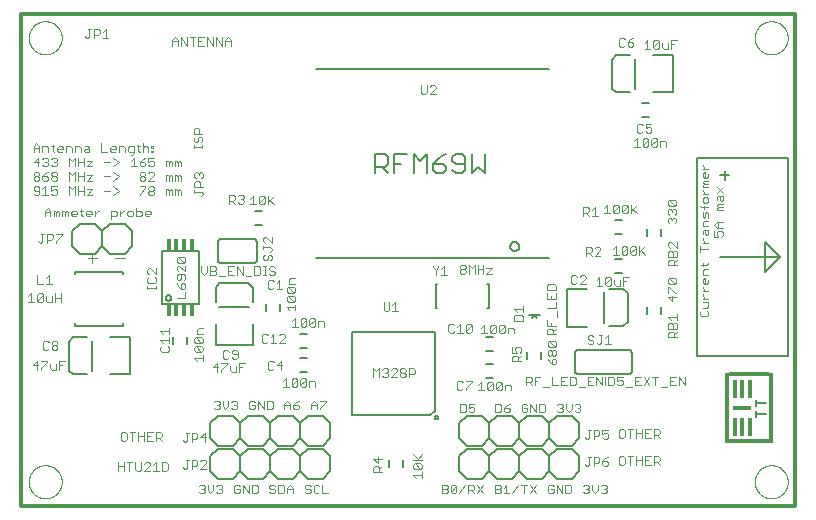
<source format=gto>
G75*
%MOIN*%
%OFA0B0*%
%FSLAX25Y25*%
%IPPOS*%
%LPD*%
%AMOC8*
5,1,8,0,0,1.08239X$1,22.5*
%
%ADD10C,0.00000*%
%ADD11C,0.01200*%
%ADD12C,0.00300*%
%ADD13R,0.01250X0.06250*%
%ADD14R,0.06250X0.01250*%
%ADD15C,0.00800*%
%ADD16R,0.01250X0.23750*%
%ADD17R,0.13600X0.01400*%
%ADD18C,0.00400*%
%ADD19C,0.00500*%
%ADD20C,0.00600*%
%ADD21R,0.01181X0.03937*%
D10*
X0004288Y0009800D02*
X0004290Y0009948D01*
X0004296Y0010096D01*
X0004306Y0010244D01*
X0004320Y0010391D01*
X0004338Y0010538D01*
X0004359Y0010684D01*
X0004385Y0010830D01*
X0004415Y0010975D01*
X0004448Y0011119D01*
X0004486Y0011262D01*
X0004527Y0011404D01*
X0004572Y0011545D01*
X0004620Y0011685D01*
X0004673Y0011824D01*
X0004729Y0011961D01*
X0004789Y0012096D01*
X0004852Y0012230D01*
X0004919Y0012362D01*
X0004990Y0012492D01*
X0005064Y0012620D01*
X0005141Y0012746D01*
X0005222Y0012870D01*
X0005306Y0012992D01*
X0005393Y0013111D01*
X0005484Y0013228D01*
X0005578Y0013343D01*
X0005674Y0013455D01*
X0005774Y0013565D01*
X0005876Y0013671D01*
X0005982Y0013775D01*
X0006090Y0013876D01*
X0006201Y0013974D01*
X0006314Y0014070D01*
X0006430Y0014162D01*
X0006548Y0014251D01*
X0006669Y0014336D01*
X0006792Y0014419D01*
X0006917Y0014498D01*
X0007044Y0014574D01*
X0007173Y0014646D01*
X0007304Y0014715D01*
X0007437Y0014780D01*
X0007572Y0014841D01*
X0007708Y0014899D01*
X0007845Y0014954D01*
X0007984Y0015004D01*
X0008125Y0015051D01*
X0008266Y0015094D01*
X0008409Y0015134D01*
X0008553Y0015169D01*
X0008697Y0015201D01*
X0008843Y0015228D01*
X0008989Y0015252D01*
X0009136Y0015272D01*
X0009283Y0015288D01*
X0009430Y0015300D01*
X0009578Y0015308D01*
X0009726Y0015312D01*
X0009874Y0015312D01*
X0010022Y0015308D01*
X0010170Y0015300D01*
X0010317Y0015288D01*
X0010464Y0015272D01*
X0010611Y0015252D01*
X0010757Y0015228D01*
X0010903Y0015201D01*
X0011047Y0015169D01*
X0011191Y0015134D01*
X0011334Y0015094D01*
X0011475Y0015051D01*
X0011616Y0015004D01*
X0011755Y0014954D01*
X0011892Y0014899D01*
X0012028Y0014841D01*
X0012163Y0014780D01*
X0012296Y0014715D01*
X0012427Y0014646D01*
X0012556Y0014574D01*
X0012683Y0014498D01*
X0012808Y0014419D01*
X0012931Y0014336D01*
X0013052Y0014251D01*
X0013170Y0014162D01*
X0013286Y0014070D01*
X0013399Y0013974D01*
X0013510Y0013876D01*
X0013618Y0013775D01*
X0013724Y0013671D01*
X0013826Y0013565D01*
X0013926Y0013455D01*
X0014022Y0013343D01*
X0014116Y0013228D01*
X0014207Y0013111D01*
X0014294Y0012992D01*
X0014378Y0012870D01*
X0014459Y0012746D01*
X0014536Y0012620D01*
X0014610Y0012492D01*
X0014681Y0012362D01*
X0014748Y0012230D01*
X0014811Y0012096D01*
X0014871Y0011961D01*
X0014927Y0011824D01*
X0014980Y0011685D01*
X0015028Y0011545D01*
X0015073Y0011404D01*
X0015114Y0011262D01*
X0015152Y0011119D01*
X0015185Y0010975D01*
X0015215Y0010830D01*
X0015241Y0010684D01*
X0015262Y0010538D01*
X0015280Y0010391D01*
X0015294Y0010244D01*
X0015304Y0010096D01*
X0015310Y0009948D01*
X0015312Y0009800D01*
X0015310Y0009652D01*
X0015304Y0009504D01*
X0015294Y0009356D01*
X0015280Y0009209D01*
X0015262Y0009062D01*
X0015241Y0008916D01*
X0015215Y0008770D01*
X0015185Y0008625D01*
X0015152Y0008481D01*
X0015114Y0008338D01*
X0015073Y0008196D01*
X0015028Y0008055D01*
X0014980Y0007915D01*
X0014927Y0007776D01*
X0014871Y0007639D01*
X0014811Y0007504D01*
X0014748Y0007370D01*
X0014681Y0007238D01*
X0014610Y0007108D01*
X0014536Y0006980D01*
X0014459Y0006854D01*
X0014378Y0006730D01*
X0014294Y0006608D01*
X0014207Y0006489D01*
X0014116Y0006372D01*
X0014022Y0006257D01*
X0013926Y0006145D01*
X0013826Y0006035D01*
X0013724Y0005929D01*
X0013618Y0005825D01*
X0013510Y0005724D01*
X0013399Y0005626D01*
X0013286Y0005530D01*
X0013170Y0005438D01*
X0013052Y0005349D01*
X0012931Y0005264D01*
X0012808Y0005181D01*
X0012683Y0005102D01*
X0012556Y0005026D01*
X0012427Y0004954D01*
X0012296Y0004885D01*
X0012163Y0004820D01*
X0012028Y0004759D01*
X0011892Y0004701D01*
X0011755Y0004646D01*
X0011616Y0004596D01*
X0011475Y0004549D01*
X0011334Y0004506D01*
X0011191Y0004466D01*
X0011047Y0004431D01*
X0010903Y0004399D01*
X0010757Y0004372D01*
X0010611Y0004348D01*
X0010464Y0004328D01*
X0010317Y0004312D01*
X0010170Y0004300D01*
X0010022Y0004292D01*
X0009874Y0004288D01*
X0009726Y0004288D01*
X0009578Y0004292D01*
X0009430Y0004300D01*
X0009283Y0004312D01*
X0009136Y0004328D01*
X0008989Y0004348D01*
X0008843Y0004372D01*
X0008697Y0004399D01*
X0008553Y0004431D01*
X0008409Y0004466D01*
X0008266Y0004506D01*
X0008125Y0004549D01*
X0007984Y0004596D01*
X0007845Y0004646D01*
X0007708Y0004701D01*
X0007572Y0004759D01*
X0007437Y0004820D01*
X0007304Y0004885D01*
X0007173Y0004954D01*
X0007044Y0005026D01*
X0006917Y0005102D01*
X0006792Y0005181D01*
X0006669Y0005264D01*
X0006548Y0005349D01*
X0006430Y0005438D01*
X0006314Y0005530D01*
X0006201Y0005626D01*
X0006090Y0005724D01*
X0005982Y0005825D01*
X0005876Y0005929D01*
X0005774Y0006035D01*
X0005674Y0006145D01*
X0005578Y0006257D01*
X0005484Y0006372D01*
X0005393Y0006489D01*
X0005306Y0006608D01*
X0005222Y0006730D01*
X0005141Y0006854D01*
X0005064Y0006980D01*
X0004990Y0007108D01*
X0004919Y0007238D01*
X0004852Y0007370D01*
X0004789Y0007504D01*
X0004729Y0007639D01*
X0004673Y0007776D01*
X0004620Y0007915D01*
X0004572Y0008055D01*
X0004527Y0008196D01*
X0004486Y0008338D01*
X0004448Y0008481D01*
X0004415Y0008625D01*
X0004385Y0008770D01*
X0004359Y0008916D01*
X0004338Y0009062D01*
X0004320Y0009209D01*
X0004306Y0009356D01*
X0004296Y0009504D01*
X0004290Y0009652D01*
X0004288Y0009800D01*
X0004288Y0157800D02*
X0004290Y0157948D01*
X0004296Y0158096D01*
X0004306Y0158244D01*
X0004320Y0158391D01*
X0004338Y0158538D01*
X0004359Y0158684D01*
X0004385Y0158830D01*
X0004415Y0158975D01*
X0004448Y0159119D01*
X0004486Y0159262D01*
X0004527Y0159404D01*
X0004572Y0159545D01*
X0004620Y0159685D01*
X0004673Y0159824D01*
X0004729Y0159961D01*
X0004789Y0160096D01*
X0004852Y0160230D01*
X0004919Y0160362D01*
X0004990Y0160492D01*
X0005064Y0160620D01*
X0005141Y0160746D01*
X0005222Y0160870D01*
X0005306Y0160992D01*
X0005393Y0161111D01*
X0005484Y0161228D01*
X0005578Y0161343D01*
X0005674Y0161455D01*
X0005774Y0161565D01*
X0005876Y0161671D01*
X0005982Y0161775D01*
X0006090Y0161876D01*
X0006201Y0161974D01*
X0006314Y0162070D01*
X0006430Y0162162D01*
X0006548Y0162251D01*
X0006669Y0162336D01*
X0006792Y0162419D01*
X0006917Y0162498D01*
X0007044Y0162574D01*
X0007173Y0162646D01*
X0007304Y0162715D01*
X0007437Y0162780D01*
X0007572Y0162841D01*
X0007708Y0162899D01*
X0007845Y0162954D01*
X0007984Y0163004D01*
X0008125Y0163051D01*
X0008266Y0163094D01*
X0008409Y0163134D01*
X0008553Y0163169D01*
X0008697Y0163201D01*
X0008843Y0163228D01*
X0008989Y0163252D01*
X0009136Y0163272D01*
X0009283Y0163288D01*
X0009430Y0163300D01*
X0009578Y0163308D01*
X0009726Y0163312D01*
X0009874Y0163312D01*
X0010022Y0163308D01*
X0010170Y0163300D01*
X0010317Y0163288D01*
X0010464Y0163272D01*
X0010611Y0163252D01*
X0010757Y0163228D01*
X0010903Y0163201D01*
X0011047Y0163169D01*
X0011191Y0163134D01*
X0011334Y0163094D01*
X0011475Y0163051D01*
X0011616Y0163004D01*
X0011755Y0162954D01*
X0011892Y0162899D01*
X0012028Y0162841D01*
X0012163Y0162780D01*
X0012296Y0162715D01*
X0012427Y0162646D01*
X0012556Y0162574D01*
X0012683Y0162498D01*
X0012808Y0162419D01*
X0012931Y0162336D01*
X0013052Y0162251D01*
X0013170Y0162162D01*
X0013286Y0162070D01*
X0013399Y0161974D01*
X0013510Y0161876D01*
X0013618Y0161775D01*
X0013724Y0161671D01*
X0013826Y0161565D01*
X0013926Y0161455D01*
X0014022Y0161343D01*
X0014116Y0161228D01*
X0014207Y0161111D01*
X0014294Y0160992D01*
X0014378Y0160870D01*
X0014459Y0160746D01*
X0014536Y0160620D01*
X0014610Y0160492D01*
X0014681Y0160362D01*
X0014748Y0160230D01*
X0014811Y0160096D01*
X0014871Y0159961D01*
X0014927Y0159824D01*
X0014980Y0159685D01*
X0015028Y0159545D01*
X0015073Y0159404D01*
X0015114Y0159262D01*
X0015152Y0159119D01*
X0015185Y0158975D01*
X0015215Y0158830D01*
X0015241Y0158684D01*
X0015262Y0158538D01*
X0015280Y0158391D01*
X0015294Y0158244D01*
X0015304Y0158096D01*
X0015310Y0157948D01*
X0015312Y0157800D01*
X0015310Y0157652D01*
X0015304Y0157504D01*
X0015294Y0157356D01*
X0015280Y0157209D01*
X0015262Y0157062D01*
X0015241Y0156916D01*
X0015215Y0156770D01*
X0015185Y0156625D01*
X0015152Y0156481D01*
X0015114Y0156338D01*
X0015073Y0156196D01*
X0015028Y0156055D01*
X0014980Y0155915D01*
X0014927Y0155776D01*
X0014871Y0155639D01*
X0014811Y0155504D01*
X0014748Y0155370D01*
X0014681Y0155238D01*
X0014610Y0155108D01*
X0014536Y0154980D01*
X0014459Y0154854D01*
X0014378Y0154730D01*
X0014294Y0154608D01*
X0014207Y0154489D01*
X0014116Y0154372D01*
X0014022Y0154257D01*
X0013926Y0154145D01*
X0013826Y0154035D01*
X0013724Y0153929D01*
X0013618Y0153825D01*
X0013510Y0153724D01*
X0013399Y0153626D01*
X0013286Y0153530D01*
X0013170Y0153438D01*
X0013052Y0153349D01*
X0012931Y0153264D01*
X0012808Y0153181D01*
X0012683Y0153102D01*
X0012556Y0153026D01*
X0012427Y0152954D01*
X0012296Y0152885D01*
X0012163Y0152820D01*
X0012028Y0152759D01*
X0011892Y0152701D01*
X0011755Y0152646D01*
X0011616Y0152596D01*
X0011475Y0152549D01*
X0011334Y0152506D01*
X0011191Y0152466D01*
X0011047Y0152431D01*
X0010903Y0152399D01*
X0010757Y0152372D01*
X0010611Y0152348D01*
X0010464Y0152328D01*
X0010317Y0152312D01*
X0010170Y0152300D01*
X0010022Y0152292D01*
X0009874Y0152288D01*
X0009726Y0152288D01*
X0009578Y0152292D01*
X0009430Y0152300D01*
X0009283Y0152312D01*
X0009136Y0152328D01*
X0008989Y0152348D01*
X0008843Y0152372D01*
X0008697Y0152399D01*
X0008553Y0152431D01*
X0008409Y0152466D01*
X0008266Y0152506D01*
X0008125Y0152549D01*
X0007984Y0152596D01*
X0007845Y0152646D01*
X0007708Y0152701D01*
X0007572Y0152759D01*
X0007437Y0152820D01*
X0007304Y0152885D01*
X0007173Y0152954D01*
X0007044Y0153026D01*
X0006917Y0153102D01*
X0006792Y0153181D01*
X0006669Y0153264D01*
X0006548Y0153349D01*
X0006430Y0153438D01*
X0006314Y0153530D01*
X0006201Y0153626D01*
X0006090Y0153724D01*
X0005982Y0153825D01*
X0005876Y0153929D01*
X0005774Y0154035D01*
X0005674Y0154145D01*
X0005578Y0154257D01*
X0005484Y0154372D01*
X0005393Y0154489D01*
X0005306Y0154608D01*
X0005222Y0154730D01*
X0005141Y0154854D01*
X0005064Y0154980D01*
X0004990Y0155108D01*
X0004919Y0155238D01*
X0004852Y0155370D01*
X0004789Y0155504D01*
X0004729Y0155639D01*
X0004673Y0155776D01*
X0004620Y0155915D01*
X0004572Y0156055D01*
X0004527Y0156196D01*
X0004486Y0156338D01*
X0004448Y0156481D01*
X0004415Y0156625D01*
X0004385Y0156770D01*
X0004359Y0156916D01*
X0004338Y0157062D01*
X0004320Y0157209D01*
X0004306Y0157356D01*
X0004296Y0157504D01*
X0004290Y0157652D01*
X0004288Y0157800D01*
X0246288Y0157800D02*
X0246290Y0157948D01*
X0246296Y0158096D01*
X0246306Y0158244D01*
X0246320Y0158391D01*
X0246338Y0158538D01*
X0246359Y0158684D01*
X0246385Y0158830D01*
X0246415Y0158975D01*
X0246448Y0159119D01*
X0246486Y0159262D01*
X0246527Y0159404D01*
X0246572Y0159545D01*
X0246620Y0159685D01*
X0246673Y0159824D01*
X0246729Y0159961D01*
X0246789Y0160096D01*
X0246852Y0160230D01*
X0246919Y0160362D01*
X0246990Y0160492D01*
X0247064Y0160620D01*
X0247141Y0160746D01*
X0247222Y0160870D01*
X0247306Y0160992D01*
X0247393Y0161111D01*
X0247484Y0161228D01*
X0247578Y0161343D01*
X0247674Y0161455D01*
X0247774Y0161565D01*
X0247876Y0161671D01*
X0247982Y0161775D01*
X0248090Y0161876D01*
X0248201Y0161974D01*
X0248314Y0162070D01*
X0248430Y0162162D01*
X0248548Y0162251D01*
X0248669Y0162336D01*
X0248792Y0162419D01*
X0248917Y0162498D01*
X0249044Y0162574D01*
X0249173Y0162646D01*
X0249304Y0162715D01*
X0249437Y0162780D01*
X0249572Y0162841D01*
X0249708Y0162899D01*
X0249845Y0162954D01*
X0249984Y0163004D01*
X0250125Y0163051D01*
X0250266Y0163094D01*
X0250409Y0163134D01*
X0250553Y0163169D01*
X0250697Y0163201D01*
X0250843Y0163228D01*
X0250989Y0163252D01*
X0251136Y0163272D01*
X0251283Y0163288D01*
X0251430Y0163300D01*
X0251578Y0163308D01*
X0251726Y0163312D01*
X0251874Y0163312D01*
X0252022Y0163308D01*
X0252170Y0163300D01*
X0252317Y0163288D01*
X0252464Y0163272D01*
X0252611Y0163252D01*
X0252757Y0163228D01*
X0252903Y0163201D01*
X0253047Y0163169D01*
X0253191Y0163134D01*
X0253334Y0163094D01*
X0253475Y0163051D01*
X0253616Y0163004D01*
X0253755Y0162954D01*
X0253892Y0162899D01*
X0254028Y0162841D01*
X0254163Y0162780D01*
X0254296Y0162715D01*
X0254427Y0162646D01*
X0254556Y0162574D01*
X0254683Y0162498D01*
X0254808Y0162419D01*
X0254931Y0162336D01*
X0255052Y0162251D01*
X0255170Y0162162D01*
X0255286Y0162070D01*
X0255399Y0161974D01*
X0255510Y0161876D01*
X0255618Y0161775D01*
X0255724Y0161671D01*
X0255826Y0161565D01*
X0255926Y0161455D01*
X0256022Y0161343D01*
X0256116Y0161228D01*
X0256207Y0161111D01*
X0256294Y0160992D01*
X0256378Y0160870D01*
X0256459Y0160746D01*
X0256536Y0160620D01*
X0256610Y0160492D01*
X0256681Y0160362D01*
X0256748Y0160230D01*
X0256811Y0160096D01*
X0256871Y0159961D01*
X0256927Y0159824D01*
X0256980Y0159685D01*
X0257028Y0159545D01*
X0257073Y0159404D01*
X0257114Y0159262D01*
X0257152Y0159119D01*
X0257185Y0158975D01*
X0257215Y0158830D01*
X0257241Y0158684D01*
X0257262Y0158538D01*
X0257280Y0158391D01*
X0257294Y0158244D01*
X0257304Y0158096D01*
X0257310Y0157948D01*
X0257312Y0157800D01*
X0257310Y0157652D01*
X0257304Y0157504D01*
X0257294Y0157356D01*
X0257280Y0157209D01*
X0257262Y0157062D01*
X0257241Y0156916D01*
X0257215Y0156770D01*
X0257185Y0156625D01*
X0257152Y0156481D01*
X0257114Y0156338D01*
X0257073Y0156196D01*
X0257028Y0156055D01*
X0256980Y0155915D01*
X0256927Y0155776D01*
X0256871Y0155639D01*
X0256811Y0155504D01*
X0256748Y0155370D01*
X0256681Y0155238D01*
X0256610Y0155108D01*
X0256536Y0154980D01*
X0256459Y0154854D01*
X0256378Y0154730D01*
X0256294Y0154608D01*
X0256207Y0154489D01*
X0256116Y0154372D01*
X0256022Y0154257D01*
X0255926Y0154145D01*
X0255826Y0154035D01*
X0255724Y0153929D01*
X0255618Y0153825D01*
X0255510Y0153724D01*
X0255399Y0153626D01*
X0255286Y0153530D01*
X0255170Y0153438D01*
X0255052Y0153349D01*
X0254931Y0153264D01*
X0254808Y0153181D01*
X0254683Y0153102D01*
X0254556Y0153026D01*
X0254427Y0152954D01*
X0254296Y0152885D01*
X0254163Y0152820D01*
X0254028Y0152759D01*
X0253892Y0152701D01*
X0253755Y0152646D01*
X0253616Y0152596D01*
X0253475Y0152549D01*
X0253334Y0152506D01*
X0253191Y0152466D01*
X0253047Y0152431D01*
X0252903Y0152399D01*
X0252757Y0152372D01*
X0252611Y0152348D01*
X0252464Y0152328D01*
X0252317Y0152312D01*
X0252170Y0152300D01*
X0252022Y0152292D01*
X0251874Y0152288D01*
X0251726Y0152288D01*
X0251578Y0152292D01*
X0251430Y0152300D01*
X0251283Y0152312D01*
X0251136Y0152328D01*
X0250989Y0152348D01*
X0250843Y0152372D01*
X0250697Y0152399D01*
X0250553Y0152431D01*
X0250409Y0152466D01*
X0250266Y0152506D01*
X0250125Y0152549D01*
X0249984Y0152596D01*
X0249845Y0152646D01*
X0249708Y0152701D01*
X0249572Y0152759D01*
X0249437Y0152820D01*
X0249304Y0152885D01*
X0249173Y0152954D01*
X0249044Y0153026D01*
X0248917Y0153102D01*
X0248792Y0153181D01*
X0248669Y0153264D01*
X0248548Y0153349D01*
X0248430Y0153438D01*
X0248314Y0153530D01*
X0248201Y0153626D01*
X0248090Y0153724D01*
X0247982Y0153825D01*
X0247876Y0153929D01*
X0247774Y0154035D01*
X0247674Y0154145D01*
X0247578Y0154257D01*
X0247484Y0154372D01*
X0247393Y0154489D01*
X0247306Y0154608D01*
X0247222Y0154730D01*
X0247141Y0154854D01*
X0247064Y0154980D01*
X0246990Y0155108D01*
X0246919Y0155238D01*
X0246852Y0155370D01*
X0246789Y0155504D01*
X0246729Y0155639D01*
X0246673Y0155776D01*
X0246620Y0155915D01*
X0246572Y0156055D01*
X0246527Y0156196D01*
X0246486Y0156338D01*
X0246448Y0156481D01*
X0246415Y0156625D01*
X0246385Y0156770D01*
X0246359Y0156916D01*
X0246338Y0157062D01*
X0246320Y0157209D01*
X0246306Y0157356D01*
X0246296Y0157504D01*
X0246290Y0157652D01*
X0246288Y0157800D01*
X0246288Y0009800D02*
X0246290Y0009948D01*
X0246296Y0010096D01*
X0246306Y0010244D01*
X0246320Y0010391D01*
X0246338Y0010538D01*
X0246359Y0010684D01*
X0246385Y0010830D01*
X0246415Y0010975D01*
X0246448Y0011119D01*
X0246486Y0011262D01*
X0246527Y0011404D01*
X0246572Y0011545D01*
X0246620Y0011685D01*
X0246673Y0011824D01*
X0246729Y0011961D01*
X0246789Y0012096D01*
X0246852Y0012230D01*
X0246919Y0012362D01*
X0246990Y0012492D01*
X0247064Y0012620D01*
X0247141Y0012746D01*
X0247222Y0012870D01*
X0247306Y0012992D01*
X0247393Y0013111D01*
X0247484Y0013228D01*
X0247578Y0013343D01*
X0247674Y0013455D01*
X0247774Y0013565D01*
X0247876Y0013671D01*
X0247982Y0013775D01*
X0248090Y0013876D01*
X0248201Y0013974D01*
X0248314Y0014070D01*
X0248430Y0014162D01*
X0248548Y0014251D01*
X0248669Y0014336D01*
X0248792Y0014419D01*
X0248917Y0014498D01*
X0249044Y0014574D01*
X0249173Y0014646D01*
X0249304Y0014715D01*
X0249437Y0014780D01*
X0249572Y0014841D01*
X0249708Y0014899D01*
X0249845Y0014954D01*
X0249984Y0015004D01*
X0250125Y0015051D01*
X0250266Y0015094D01*
X0250409Y0015134D01*
X0250553Y0015169D01*
X0250697Y0015201D01*
X0250843Y0015228D01*
X0250989Y0015252D01*
X0251136Y0015272D01*
X0251283Y0015288D01*
X0251430Y0015300D01*
X0251578Y0015308D01*
X0251726Y0015312D01*
X0251874Y0015312D01*
X0252022Y0015308D01*
X0252170Y0015300D01*
X0252317Y0015288D01*
X0252464Y0015272D01*
X0252611Y0015252D01*
X0252757Y0015228D01*
X0252903Y0015201D01*
X0253047Y0015169D01*
X0253191Y0015134D01*
X0253334Y0015094D01*
X0253475Y0015051D01*
X0253616Y0015004D01*
X0253755Y0014954D01*
X0253892Y0014899D01*
X0254028Y0014841D01*
X0254163Y0014780D01*
X0254296Y0014715D01*
X0254427Y0014646D01*
X0254556Y0014574D01*
X0254683Y0014498D01*
X0254808Y0014419D01*
X0254931Y0014336D01*
X0255052Y0014251D01*
X0255170Y0014162D01*
X0255286Y0014070D01*
X0255399Y0013974D01*
X0255510Y0013876D01*
X0255618Y0013775D01*
X0255724Y0013671D01*
X0255826Y0013565D01*
X0255926Y0013455D01*
X0256022Y0013343D01*
X0256116Y0013228D01*
X0256207Y0013111D01*
X0256294Y0012992D01*
X0256378Y0012870D01*
X0256459Y0012746D01*
X0256536Y0012620D01*
X0256610Y0012492D01*
X0256681Y0012362D01*
X0256748Y0012230D01*
X0256811Y0012096D01*
X0256871Y0011961D01*
X0256927Y0011824D01*
X0256980Y0011685D01*
X0257028Y0011545D01*
X0257073Y0011404D01*
X0257114Y0011262D01*
X0257152Y0011119D01*
X0257185Y0010975D01*
X0257215Y0010830D01*
X0257241Y0010684D01*
X0257262Y0010538D01*
X0257280Y0010391D01*
X0257294Y0010244D01*
X0257304Y0010096D01*
X0257310Y0009948D01*
X0257312Y0009800D01*
X0257310Y0009652D01*
X0257304Y0009504D01*
X0257294Y0009356D01*
X0257280Y0009209D01*
X0257262Y0009062D01*
X0257241Y0008916D01*
X0257215Y0008770D01*
X0257185Y0008625D01*
X0257152Y0008481D01*
X0257114Y0008338D01*
X0257073Y0008196D01*
X0257028Y0008055D01*
X0256980Y0007915D01*
X0256927Y0007776D01*
X0256871Y0007639D01*
X0256811Y0007504D01*
X0256748Y0007370D01*
X0256681Y0007238D01*
X0256610Y0007108D01*
X0256536Y0006980D01*
X0256459Y0006854D01*
X0256378Y0006730D01*
X0256294Y0006608D01*
X0256207Y0006489D01*
X0256116Y0006372D01*
X0256022Y0006257D01*
X0255926Y0006145D01*
X0255826Y0006035D01*
X0255724Y0005929D01*
X0255618Y0005825D01*
X0255510Y0005724D01*
X0255399Y0005626D01*
X0255286Y0005530D01*
X0255170Y0005438D01*
X0255052Y0005349D01*
X0254931Y0005264D01*
X0254808Y0005181D01*
X0254683Y0005102D01*
X0254556Y0005026D01*
X0254427Y0004954D01*
X0254296Y0004885D01*
X0254163Y0004820D01*
X0254028Y0004759D01*
X0253892Y0004701D01*
X0253755Y0004646D01*
X0253616Y0004596D01*
X0253475Y0004549D01*
X0253334Y0004506D01*
X0253191Y0004466D01*
X0253047Y0004431D01*
X0252903Y0004399D01*
X0252757Y0004372D01*
X0252611Y0004348D01*
X0252464Y0004328D01*
X0252317Y0004312D01*
X0252170Y0004300D01*
X0252022Y0004292D01*
X0251874Y0004288D01*
X0251726Y0004288D01*
X0251578Y0004292D01*
X0251430Y0004300D01*
X0251283Y0004312D01*
X0251136Y0004328D01*
X0250989Y0004348D01*
X0250843Y0004372D01*
X0250697Y0004399D01*
X0250553Y0004431D01*
X0250409Y0004466D01*
X0250266Y0004506D01*
X0250125Y0004549D01*
X0249984Y0004596D01*
X0249845Y0004646D01*
X0249708Y0004701D01*
X0249572Y0004759D01*
X0249437Y0004820D01*
X0249304Y0004885D01*
X0249173Y0004954D01*
X0249044Y0005026D01*
X0248917Y0005102D01*
X0248792Y0005181D01*
X0248669Y0005264D01*
X0248548Y0005349D01*
X0248430Y0005438D01*
X0248314Y0005530D01*
X0248201Y0005626D01*
X0248090Y0005724D01*
X0247982Y0005825D01*
X0247876Y0005929D01*
X0247774Y0006035D01*
X0247674Y0006145D01*
X0247578Y0006257D01*
X0247484Y0006372D01*
X0247393Y0006489D01*
X0247306Y0006608D01*
X0247222Y0006730D01*
X0247141Y0006854D01*
X0247064Y0006980D01*
X0246990Y0007108D01*
X0246919Y0007238D01*
X0246852Y0007370D01*
X0246789Y0007504D01*
X0246729Y0007639D01*
X0246673Y0007776D01*
X0246620Y0007915D01*
X0246572Y0008055D01*
X0246527Y0008196D01*
X0246486Y0008338D01*
X0246448Y0008481D01*
X0246415Y0008625D01*
X0246385Y0008770D01*
X0246359Y0008916D01*
X0246338Y0009062D01*
X0246320Y0009209D01*
X0246306Y0009356D01*
X0246296Y0009504D01*
X0246290Y0009652D01*
X0246288Y0009800D01*
D11*
X0001800Y0001800D02*
X0001800Y0165501D01*
X0001800Y0165800D02*
X0259800Y0165800D01*
X0259800Y0001800D01*
X0259721Y0001800D02*
X0001800Y0001800D01*
D12*
X0033950Y0013450D02*
X0033950Y0016352D01*
X0033950Y0014901D02*
X0035885Y0014901D01*
X0035885Y0016352D02*
X0035885Y0013450D01*
X0037864Y0013450D02*
X0037864Y0016352D01*
X0036897Y0016352D02*
X0038831Y0016352D01*
X0039843Y0016352D02*
X0039843Y0013934D01*
X0040327Y0013450D01*
X0041294Y0013450D01*
X0041778Y0013934D01*
X0041778Y0016352D01*
X0042790Y0015869D02*
X0043273Y0016352D01*
X0044241Y0016352D01*
X0044725Y0015869D01*
X0044725Y0015385D01*
X0042790Y0013450D01*
X0044725Y0013450D01*
X0045736Y0013450D02*
X0047671Y0013450D01*
X0046704Y0013450D02*
X0046704Y0016352D01*
X0045736Y0015385D01*
X0048683Y0016352D02*
X0048683Y0013450D01*
X0050134Y0013450D01*
X0050618Y0013934D01*
X0050618Y0015869D01*
X0050134Y0016352D01*
X0048683Y0016352D01*
X0055650Y0014634D02*
X0056134Y0014150D01*
X0056617Y0014150D01*
X0057101Y0014634D01*
X0057101Y0017052D01*
X0056617Y0017052D02*
X0057585Y0017052D01*
X0058597Y0017052D02*
X0060048Y0017052D01*
X0060531Y0016569D01*
X0060531Y0015601D01*
X0060048Y0015117D01*
X0058597Y0015117D01*
X0058597Y0014150D02*
X0058597Y0017052D01*
X0061543Y0016569D02*
X0062027Y0017052D01*
X0062994Y0017052D01*
X0063478Y0016569D01*
X0063478Y0016085D01*
X0061543Y0014150D01*
X0063478Y0014150D01*
X0063897Y0008852D02*
X0063897Y0006917D01*
X0064864Y0005950D01*
X0065831Y0006917D01*
X0065831Y0008852D01*
X0066843Y0008369D02*
X0067327Y0008852D01*
X0068294Y0008852D01*
X0068778Y0008369D01*
X0068778Y0007885D01*
X0068294Y0007401D01*
X0068778Y0006917D01*
X0068778Y0006434D01*
X0068294Y0005950D01*
X0067327Y0005950D01*
X0066843Y0006434D01*
X0067811Y0007401D02*
X0068294Y0007401D01*
X0072736Y0006434D02*
X0073220Y0005950D01*
X0074187Y0005950D01*
X0074671Y0006434D01*
X0074671Y0007401D01*
X0073704Y0007401D01*
X0074671Y0008369D02*
X0074187Y0008852D01*
X0073220Y0008852D01*
X0072736Y0008369D01*
X0072736Y0006434D01*
X0075683Y0005950D02*
X0075683Y0008852D01*
X0077618Y0005950D01*
X0077618Y0008852D01*
X0078629Y0008852D02*
X0080080Y0008852D01*
X0080564Y0008369D01*
X0080564Y0006434D01*
X0080080Y0005950D01*
X0078629Y0005950D01*
X0078629Y0008852D01*
X0084522Y0008369D02*
X0084522Y0007885D01*
X0085006Y0007401D01*
X0085973Y0007401D01*
X0086457Y0006917D01*
X0086457Y0006434D01*
X0085973Y0005950D01*
X0085006Y0005950D01*
X0084522Y0006434D01*
X0084522Y0008369D02*
X0085006Y0008852D01*
X0085973Y0008852D01*
X0086457Y0008369D01*
X0087469Y0008852D02*
X0087469Y0005950D01*
X0088920Y0005950D01*
X0089404Y0006434D01*
X0089404Y0008369D01*
X0088920Y0008852D01*
X0087469Y0008852D01*
X0090415Y0007885D02*
X0091383Y0008852D01*
X0092350Y0007885D01*
X0092350Y0005950D01*
X0092350Y0007401D02*
X0090415Y0007401D01*
X0090415Y0007885D02*
X0090415Y0005950D01*
X0096308Y0006434D02*
X0096792Y0005950D01*
X0097759Y0005950D01*
X0098243Y0006434D01*
X0098243Y0006917D01*
X0097759Y0007401D01*
X0096792Y0007401D01*
X0096308Y0007885D01*
X0096308Y0008369D01*
X0096792Y0008852D01*
X0097759Y0008852D01*
X0098243Y0008369D01*
X0099255Y0008369D02*
X0099255Y0006434D01*
X0099738Y0005950D01*
X0100706Y0005950D01*
X0101190Y0006434D01*
X0102201Y0005950D02*
X0104136Y0005950D01*
X0102201Y0005950D02*
X0102201Y0008852D01*
X0101190Y0008369D02*
X0100706Y0008852D01*
X0099738Y0008852D01*
X0099255Y0008369D01*
X0119198Y0013057D02*
X0119198Y0014508D01*
X0119681Y0014992D01*
X0120649Y0014992D01*
X0121133Y0014508D01*
X0121133Y0013057D01*
X0122100Y0013057D02*
X0119198Y0013057D01*
X0121133Y0014024D02*
X0122100Y0014992D01*
X0120649Y0016003D02*
X0120649Y0017938D01*
X0122100Y0017455D02*
X0119198Y0017455D01*
X0120649Y0016003D01*
X0132448Y0015508D02*
X0132448Y0014541D01*
X0132931Y0014057D01*
X0134866Y0014057D01*
X0132931Y0015992D01*
X0134866Y0015992D01*
X0135350Y0015508D01*
X0135350Y0014541D01*
X0134866Y0014057D01*
X0135350Y0013045D02*
X0135350Y0011110D01*
X0135350Y0012078D02*
X0132448Y0012078D01*
X0133415Y0011110D01*
X0132448Y0015508D02*
X0132931Y0015992D01*
X0132448Y0017003D02*
X0135350Y0017003D01*
X0134383Y0017003D02*
X0132448Y0018938D01*
X0133899Y0017487D02*
X0135350Y0018938D01*
X0141950Y0008852D02*
X0143401Y0008852D01*
X0143885Y0008369D01*
X0143885Y0007885D01*
X0143401Y0007401D01*
X0141950Y0007401D01*
X0141950Y0005950D02*
X0143401Y0005950D01*
X0143885Y0006434D01*
X0143885Y0006917D01*
X0143401Y0007401D01*
X0144897Y0006434D02*
X0146831Y0008369D01*
X0146831Y0006434D01*
X0146348Y0005950D01*
X0145380Y0005950D01*
X0144897Y0006434D01*
X0144897Y0008369D01*
X0145380Y0008852D01*
X0146348Y0008852D01*
X0146831Y0008369D01*
X0147843Y0005950D02*
X0149778Y0008852D01*
X0150790Y0008852D02*
X0152241Y0008852D01*
X0152725Y0008369D01*
X0152725Y0007401D01*
X0152241Y0006917D01*
X0150790Y0006917D01*
X0150790Y0005950D02*
X0150790Y0008852D01*
X0151757Y0006917D02*
X0152725Y0005950D01*
X0153736Y0005950D02*
X0155671Y0008852D01*
X0153736Y0008852D02*
X0155671Y0005950D01*
X0159629Y0005950D02*
X0159629Y0008852D01*
X0161080Y0008852D01*
X0161564Y0008369D01*
X0161564Y0007885D01*
X0161080Y0007401D01*
X0159629Y0007401D01*
X0159629Y0005950D02*
X0161080Y0005950D01*
X0161564Y0006434D01*
X0161564Y0006917D01*
X0161080Y0007401D01*
X0162576Y0007885D02*
X0163543Y0008852D01*
X0163543Y0005950D01*
X0162576Y0005950D02*
X0164511Y0005950D01*
X0165522Y0005950D02*
X0167457Y0008852D01*
X0168469Y0008852D02*
X0170404Y0008852D01*
X0169436Y0008852D02*
X0169436Y0005950D01*
X0171415Y0005950D02*
X0173350Y0008852D01*
X0171415Y0008852D02*
X0173350Y0005950D01*
X0177308Y0006434D02*
X0177308Y0008369D01*
X0177792Y0008852D01*
X0178759Y0008852D01*
X0179243Y0008369D01*
X0179243Y0007401D02*
X0178276Y0007401D01*
X0179243Y0007401D02*
X0179243Y0006434D01*
X0178759Y0005950D01*
X0177792Y0005950D01*
X0177308Y0006434D01*
X0180255Y0005950D02*
X0180255Y0008852D01*
X0182190Y0005950D01*
X0182190Y0008852D01*
X0183201Y0008852D02*
X0184652Y0008852D01*
X0185136Y0008369D01*
X0185136Y0006434D01*
X0184652Y0005950D01*
X0183201Y0005950D01*
X0183201Y0008852D01*
X0189094Y0008369D02*
X0189578Y0008852D01*
X0190546Y0008852D01*
X0191029Y0008369D01*
X0191029Y0007885D01*
X0190546Y0007401D01*
X0191029Y0006917D01*
X0191029Y0006434D01*
X0190546Y0005950D01*
X0189578Y0005950D01*
X0189094Y0006434D01*
X0190062Y0007401D02*
X0190546Y0007401D01*
X0192041Y0006917D02*
X0193008Y0005950D01*
X0193976Y0006917D01*
X0193976Y0008852D01*
X0194987Y0008369D02*
X0195471Y0008852D01*
X0196439Y0008852D01*
X0196922Y0008369D01*
X0196922Y0007885D01*
X0196439Y0007401D01*
X0196922Y0006917D01*
X0196922Y0006434D01*
X0196439Y0005950D01*
X0195471Y0005950D01*
X0194987Y0006434D01*
X0195955Y0007401D02*
X0196439Y0007401D01*
X0192041Y0006917D02*
X0192041Y0008852D01*
X0192597Y0015150D02*
X0192597Y0018052D01*
X0194048Y0018052D01*
X0194531Y0017569D01*
X0194531Y0016601D01*
X0194048Y0016117D01*
X0192597Y0016117D01*
X0191101Y0015634D02*
X0191101Y0018052D01*
X0190617Y0018052D02*
X0191585Y0018052D01*
X0191101Y0015634D02*
X0190617Y0015150D01*
X0190134Y0015150D01*
X0189650Y0015634D01*
X0195543Y0015634D02*
X0196027Y0015150D01*
X0196994Y0015150D01*
X0197478Y0015634D01*
X0197478Y0016117D01*
X0196994Y0016601D01*
X0195543Y0016601D01*
X0195543Y0015634D01*
X0195543Y0016601D02*
X0196511Y0017569D01*
X0197478Y0018052D01*
X0200950Y0017869D02*
X0200950Y0015934D01*
X0201434Y0015450D01*
X0202401Y0015450D01*
X0202885Y0015934D01*
X0202885Y0017869D01*
X0202401Y0018352D01*
X0201434Y0018352D01*
X0200950Y0017869D01*
X0203897Y0018352D02*
X0205831Y0018352D01*
X0204864Y0018352D02*
X0204864Y0015450D01*
X0206843Y0015450D02*
X0206843Y0018352D01*
X0206843Y0016901D02*
X0208778Y0016901D01*
X0209790Y0016901D02*
X0210757Y0016901D01*
X0209790Y0018352D02*
X0209790Y0015450D01*
X0211725Y0015450D01*
X0212736Y0015450D02*
X0212736Y0018352D01*
X0214187Y0018352D01*
X0214671Y0017869D01*
X0214671Y0016901D01*
X0214187Y0016417D01*
X0212736Y0016417D01*
X0213704Y0016417D02*
X0214671Y0015450D01*
X0211725Y0018352D02*
X0209790Y0018352D01*
X0208778Y0018352D02*
X0208778Y0015450D01*
X0208778Y0024450D02*
X0208778Y0027352D01*
X0209790Y0027352D02*
X0209790Y0024450D01*
X0211725Y0024450D01*
X0212736Y0024450D02*
X0212736Y0027352D01*
X0214187Y0027352D01*
X0214671Y0026869D01*
X0214671Y0025901D01*
X0214187Y0025417D01*
X0212736Y0025417D01*
X0213704Y0025417D02*
X0214671Y0024450D01*
X0211725Y0027352D02*
X0209790Y0027352D01*
X0209790Y0025901D02*
X0210757Y0025901D01*
X0208778Y0025901D02*
X0206843Y0025901D01*
X0206843Y0024450D02*
X0206843Y0027352D01*
X0205831Y0027352D02*
X0203897Y0027352D01*
X0204864Y0027352D02*
X0204864Y0024450D01*
X0202885Y0024934D02*
X0202885Y0026869D01*
X0202401Y0027352D01*
X0201434Y0027352D01*
X0200950Y0026869D01*
X0200950Y0024934D01*
X0201434Y0024450D01*
X0202401Y0024450D01*
X0202885Y0024934D01*
X0197478Y0024634D02*
X0196994Y0024150D01*
X0196027Y0024150D01*
X0195543Y0024634D01*
X0195543Y0025601D02*
X0196511Y0026085D01*
X0196994Y0026085D01*
X0197478Y0025601D01*
X0197478Y0024634D01*
X0195543Y0025601D02*
X0195543Y0027052D01*
X0197478Y0027052D01*
X0194531Y0026569D02*
X0194531Y0025601D01*
X0194048Y0025117D01*
X0192597Y0025117D01*
X0192597Y0024150D02*
X0192597Y0027052D01*
X0194048Y0027052D01*
X0194531Y0026569D01*
X0191585Y0027052D02*
X0190617Y0027052D01*
X0191101Y0027052D02*
X0191101Y0024634D01*
X0190617Y0024150D01*
X0190134Y0024150D01*
X0189650Y0024634D01*
X0187706Y0032950D02*
X0186738Y0032950D01*
X0186255Y0033434D01*
X0185243Y0033917D02*
X0185243Y0035852D01*
X0186255Y0035369D02*
X0186738Y0035852D01*
X0187706Y0035852D01*
X0188190Y0035369D01*
X0188190Y0034885D01*
X0187706Y0034401D01*
X0188190Y0033917D01*
X0188190Y0033434D01*
X0187706Y0032950D01*
X0187706Y0034401D02*
X0187222Y0034401D01*
X0185243Y0033917D02*
X0184276Y0032950D01*
X0183308Y0033917D01*
X0183308Y0035852D01*
X0182297Y0035369D02*
X0182297Y0034885D01*
X0181813Y0034401D01*
X0182297Y0033917D01*
X0182297Y0033434D01*
X0181813Y0032950D01*
X0180845Y0032950D01*
X0180362Y0033434D01*
X0181329Y0034401D02*
X0181813Y0034401D01*
X0182297Y0035369D02*
X0181813Y0035852D01*
X0180845Y0035852D01*
X0180362Y0035369D01*
X0176404Y0035369D02*
X0175920Y0035852D01*
X0174469Y0035852D01*
X0174469Y0032950D01*
X0175920Y0032950D01*
X0176404Y0033434D01*
X0176404Y0035369D01*
X0173457Y0035852D02*
X0173457Y0032950D01*
X0171522Y0035852D01*
X0171522Y0032950D01*
X0170511Y0033434D02*
X0170511Y0034401D01*
X0169543Y0034401D01*
X0168576Y0033434D02*
X0169059Y0032950D01*
X0170027Y0032950D01*
X0170511Y0033434D01*
X0168576Y0033434D02*
X0168576Y0035369D01*
X0169059Y0035852D01*
X0170027Y0035852D01*
X0170511Y0035369D01*
X0164618Y0035852D02*
X0163650Y0035369D01*
X0162683Y0034401D01*
X0164134Y0034401D01*
X0164618Y0033917D01*
X0164618Y0033434D01*
X0164134Y0032950D01*
X0163166Y0032950D01*
X0162683Y0033434D01*
X0162683Y0034401D01*
X0161671Y0033434D02*
X0161671Y0035369D01*
X0161187Y0035852D01*
X0159736Y0035852D01*
X0159736Y0032950D01*
X0161187Y0032950D01*
X0161671Y0033434D01*
X0152831Y0033434D02*
X0152348Y0032950D01*
X0151380Y0032950D01*
X0150897Y0033434D01*
X0150897Y0034401D02*
X0151864Y0034885D01*
X0152348Y0034885D01*
X0152831Y0034401D01*
X0152831Y0033434D01*
X0150897Y0034401D02*
X0150897Y0035852D01*
X0152831Y0035852D01*
X0149885Y0035369D02*
X0149401Y0035852D01*
X0147950Y0035852D01*
X0147950Y0032950D01*
X0149401Y0032950D01*
X0149885Y0033434D01*
X0149885Y0035369D01*
X0150003Y0040500D02*
X0150003Y0040984D01*
X0151938Y0042919D01*
X0151938Y0043402D01*
X0150003Y0043402D01*
X0148992Y0042919D02*
X0148508Y0043402D01*
X0147541Y0043402D01*
X0147057Y0042919D01*
X0147057Y0040984D01*
X0147541Y0040500D01*
X0148508Y0040500D01*
X0148992Y0040984D01*
X0154164Y0040250D02*
X0156099Y0040250D01*
X0155131Y0040250D02*
X0155131Y0043152D01*
X0154164Y0042185D01*
X0157110Y0042669D02*
X0157110Y0040734D01*
X0159045Y0042669D01*
X0159045Y0040734D01*
X0158562Y0040250D01*
X0157594Y0040250D01*
X0157110Y0040734D01*
X0157110Y0042669D02*
X0157594Y0043152D01*
X0158562Y0043152D01*
X0159045Y0042669D01*
X0160057Y0042669D02*
X0160057Y0040734D01*
X0161992Y0042669D01*
X0161992Y0040734D01*
X0161508Y0040250D01*
X0160541Y0040250D01*
X0160057Y0040734D01*
X0160057Y0042669D02*
X0160541Y0043152D01*
X0161508Y0043152D01*
X0161992Y0042669D01*
X0163003Y0042185D02*
X0163003Y0040250D01*
X0163003Y0042185D02*
X0164455Y0042185D01*
X0164938Y0041701D01*
X0164938Y0040250D01*
X0169950Y0041950D02*
X0169950Y0044852D01*
X0171401Y0044852D01*
X0171885Y0044369D01*
X0171885Y0043401D01*
X0171401Y0042917D01*
X0169950Y0042917D01*
X0170917Y0042917D02*
X0171885Y0041950D01*
X0172897Y0041950D02*
X0172897Y0044852D01*
X0174831Y0044852D01*
X0173864Y0043401D02*
X0172897Y0043401D01*
X0175843Y0041466D02*
X0177778Y0041466D01*
X0178790Y0041950D02*
X0180725Y0041950D01*
X0181736Y0041950D02*
X0183671Y0041950D01*
X0184683Y0041950D02*
X0186134Y0041950D01*
X0186618Y0042434D01*
X0186618Y0044369D01*
X0186134Y0044852D01*
X0184683Y0044852D01*
X0184683Y0041950D01*
X0182704Y0043401D02*
X0181736Y0043401D01*
X0181736Y0044852D02*
X0181736Y0041950D01*
X0181736Y0044852D02*
X0183671Y0044852D01*
X0178790Y0044852D02*
X0178790Y0041950D01*
X0187629Y0041466D02*
X0189564Y0041466D01*
X0190576Y0041950D02*
X0192511Y0041950D01*
X0193522Y0041950D02*
X0193522Y0044852D01*
X0195457Y0041950D01*
X0195457Y0044852D01*
X0196469Y0044852D02*
X0196469Y0041950D01*
X0197451Y0041950D02*
X0198902Y0041950D01*
X0199386Y0042434D01*
X0199386Y0044369D01*
X0198902Y0044852D01*
X0197451Y0044852D01*
X0197451Y0041950D01*
X0200397Y0042434D02*
X0200881Y0041950D01*
X0201849Y0041950D01*
X0202332Y0042434D01*
X0202332Y0043401D01*
X0201849Y0043885D01*
X0201365Y0043885D01*
X0200397Y0043401D01*
X0200397Y0044852D01*
X0202332Y0044852D01*
X0206290Y0044852D02*
X0206290Y0041950D01*
X0208225Y0041950D01*
X0209237Y0041950D02*
X0211172Y0044852D01*
X0212183Y0044852D02*
X0214118Y0044852D01*
X0213151Y0044852D02*
X0213151Y0041950D01*
X0211172Y0041950D02*
X0209237Y0044852D01*
X0208225Y0044852D02*
X0206290Y0044852D01*
X0206290Y0043401D02*
X0207258Y0043401D01*
X0205279Y0041466D02*
X0203344Y0041466D01*
X0192511Y0044852D02*
X0190576Y0044852D01*
X0190576Y0041950D01*
X0190576Y0043401D02*
X0191543Y0043401D01*
X0180150Y0049434D02*
X0180150Y0050401D01*
X0179666Y0050885D01*
X0179183Y0050885D01*
X0178699Y0050401D01*
X0178699Y0048950D01*
X0179666Y0048950D01*
X0180150Y0049434D01*
X0178699Y0048950D02*
X0177731Y0049917D01*
X0177248Y0050885D01*
X0177731Y0051897D02*
X0178215Y0051897D01*
X0178699Y0052380D01*
X0178699Y0053348D01*
X0179183Y0053831D01*
X0179666Y0053831D01*
X0180150Y0053348D01*
X0180150Y0052380D01*
X0179666Y0051897D01*
X0179183Y0051897D01*
X0178699Y0052380D01*
X0178699Y0053348D02*
X0178215Y0053831D01*
X0177731Y0053831D01*
X0177248Y0053348D01*
X0177248Y0052380D01*
X0177731Y0051897D01*
X0177731Y0054843D02*
X0177248Y0055327D01*
X0177248Y0056294D01*
X0177731Y0056778D01*
X0179666Y0054843D01*
X0180150Y0055327D01*
X0180150Y0056294D01*
X0179666Y0056778D01*
X0177731Y0056778D01*
X0177731Y0054843D02*
X0179666Y0054843D01*
X0179900Y0058950D02*
X0176998Y0058950D01*
X0176998Y0060401D01*
X0177481Y0060885D01*
X0178449Y0060885D01*
X0178933Y0060401D01*
X0178933Y0058950D01*
X0178933Y0059917D02*
X0179900Y0060885D01*
X0179900Y0061897D02*
X0176998Y0061897D01*
X0176998Y0063831D01*
X0178449Y0062864D02*
X0178449Y0061897D01*
X0180384Y0064843D02*
X0180384Y0066778D01*
X0179900Y0067790D02*
X0176998Y0067790D01*
X0179900Y0067790D02*
X0179900Y0069725D01*
X0179900Y0070736D02*
X0176998Y0070736D01*
X0176998Y0072671D01*
X0176998Y0073683D02*
X0176998Y0075134D01*
X0177481Y0075618D01*
X0179416Y0075618D01*
X0179900Y0075134D01*
X0179900Y0073683D01*
X0176998Y0073683D01*
X0178449Y0071704D02*
X0178449Y0070736D01*
X0179900Y0070736D02*
X0179900Y0072671D01*
X0185057Y0076297D02*
X0185541Y0075813D01*
X0186508Y0075813D01*
X0186992Y0076297D01*
X0188003Y0075813D02*
X0189938Y0077748D01*
X0189938Y0078232D01*
X0189455Y0078715D01*
X0188487Y0078715D01*
X0188003Y0078232D01*
X0186992Y0078232D02*
X0186508Y0078715D01*
X0185541Y0078715D01*
X0185057Y0078232D01*
X0185057Y0076297D01*
X0188003Y0075813D02*
X0189938Y0075813D01*
X0193556Y0075194D02*
X0195491Y0075194D01*
X0194524Y0075194D02*
X0194524Y0078097D01*
X0193556Y0077129D01*
X0196503Y0077613D02*
X0196503Y0075678D01*
X0198438Y0077613D01*
X0198438Y0075678D01*
X0197954Y0075194D01*
X0196987Y0075194D01*
X0196503Y0075678D01*
X0196503Y0077613D02*
X0196987Y0078097D01*
X0197954Y0078097D01*
X0198438Y0077613D01*
X0199449Y0077129D02*
X0199449Y0075678D01*
X0199933Y0075194D01*
X0201384Y0075194D01*
X0201384Y0077129D01*
X0202396Y0076645D02*
X0203363Y0076645D01*
X0202396Y0075194D02*
X0202396Y0078097D01*
X0204331Y0078097D01*
X0203348Y0085450D02*
X0202380Y0085450D01*
X0201897Y0085934D01*
X0203831Y0087869D01*
X0203831Y0085934D01*
X0203348Y0085450D01*
X0201897Y0085934D02*
X0201897Y0087869D01*
X0202380Y0088352D01*
X0203348Y0088352D01*
X0203831Y0087869D01*
X0204843Y0087869D02*
X0204843Y0085934D01*
X0206778Y0087869D01*
X0206778Y0085934D01*
X0206294Y0085450D01*
X0205327Y0085450D01*
X0204843Y0085934D01*
X0204843Y0087869D02*
X0205327Y0088352D01*
X0206294Y0088352D01*
X0206778Y0087869D01*
X0207790Y0088352D02*
X0207790Y0085450D01*
X0207790Y0086417D02*
X0209725Y0088352D01*
X0208273Y0086901D02*
X0209725Y0085450D01*
X0217498Y0084897D02*
X0217498Y0086348D01*
X0217981Y0086831D01*
X0218465Y0086831D01*
X0218949Y0086348D01*
X0218949Y0084897D01*
X0218949Y0083885D02*
X0219433Y0083401D01*
X0219433Y0081950D01*
X0220400Y0081950D02*
X0217498Y0081950D01*
X0217498Y0083401D01*
X0217981Y0083885D01*
X0218949Y0083885D01*
X0219433Y0082917D02*
X0220400Y0083885D01*
X0220400Y0084897D02*
X0220400Y0086348D01*
X0219916Y0086831D01*
X0219433Y0086831D01*
X0218949Y0086348D01*
X0217981Y0087843D02*
X0217498Y0088327D01*
X0217498Y0089294D01*
X0217981Y0089778D01*
X0218465Y0089778D01*
X0220400Y0087843D01*
X0220400Y0089778D01*
X0220400Y0084897D02*
X0217498Y0084897D01*
X0217731Y0077778D02*
X0219666Y0075843D01*
X0220150Y0076327D01*
X0220150Y0077294D01*
X0219666Y0077778D01*
X0217731Y0077778D01*
X0217248Y0077294D01*
X0217248Y0076327D01*
X0217731Y0075843D01*
X0219666Y0075843D01*
X0217731Y0074831D02*
X0219666Y0072897D01*
X0220150Y0072897D01*
X0220150Y0071401D02*
X0217248Y0071401D01*
X0218699Y0069950D01*
X0218699Y0071885D01*
X0217248Y0072897D02*
X0217248Y0074831D01*
X0217731Y0074831D01*
X0228915Y0074750D02*
X0228915Y0074266D01*
X0229883Y0073298D01*
X0230850Y0073298D02*
X0228915Y0073298D01*
X0228915Y0072294D02*
X0228915Y0071811D01*
X0229883Y0070843D01*
X0230850Y0070843D02*
X0228915Y0070843D01*
X0228915Y0069831D02*
X0230850Y0069831D01*
X0230850Y0068380D01*
X0230366Y0067897D01*
X0228915Y0067897D01*
X0228431Y0066885D02*
X0227948Y0066401D01*
X0227948Y0065434D01*
X0228431Y0064950D01*
X0230366Y0064950D01*
X0230850Y0065434D01*
X0230850Y0066401D01*
X0230366Y0066885D01*
X0220400Y0065778D02*
X0220400Y0063843D01*
X0220400Y0064811D02*
X0217498Y0064811D01*
X0218465Y0063843D01*
X0218465Y0062831D02*
X0218949Y0062348D01*
X0218949Y0060897D01*
X0218949Y0059885D02*
X0219433Y0059401D01*
X0219433Y0057950D01*
X0220400Y0057950D02*
X0217498Y0057950D01*
X0217498Y0059401D01*
X0217981Y0059885D01*
X0218949Y0059885D01*
X0219433Y0058917D02*
X0220400Y0059885D01*
X0220400Y0060897D02*
X0217498Y0060897D01*
X0217498Y0062348D01*
X0217981Y0062831D01*
X0218465Y0062831D01*
X0218949Y0062348D02*
X0219433Y0062831D01*
X0219916Y0062831D01*
X0220400Y0062348D01*
X0220400Y0060897D01*
X0229399Y0075754D02*
X0228915Y0076238D01*
X0228915Y0077205D01*
X0229399Y0077689D01*
X0229883Y0077689D01*
X0229883Y0075754D01*
X0230366Y0075754D02*
X0229399Y0075754D01*
X0230366Y0075754D02*
X0230850Y0076238D01*
X0230850Y0077205D01*
X0230850Y0078700D02*
X0228915Y0078700D01*
X0228915Y0080152D01*
X0229399Y0080635D01*
X0230850Y0080635D01*
X0230366Y0082131D02*
X0228431Y0082131D01*
X0228915Y0082614D02*
X0228915Y0081647D01*
X0230366Y0082131D02*
X0230850Y0082614D01*
X0227948Y0086558D02*
X0227948Y0088493D01*
X0227948Y0087525D02*
X0230850Y0087525D01*
X0230850Y0089504D02*
X0228915Y0089504D01*
X0229883Y0089504D02*
X0228915Y0090472D01*
X0228915Y0090956D01*
X0228915Y0092443D02*
X0228915Y0093411D01*
X0229399Y0093895D01*
X0230850Y0093895D01*
X0230850Y0092443D01*
X0230366Y0091960D01*
X0229883Y0092443D01*
X0229883Y0093895D01*
X0230850Y0094906D02*
X0228915Y0094906D01*
X0228915Y0096357D01*
X0229399Y0096841D01*
X0230850Y0096841D01*
X0230850Y0097853D02*
X0230850Y0099304D01*
X0230366Y0099788D01*
X0229883Y0099304D01*
X0229883Y0098337D01*
X0229399Y0097853D01*
X0228915Y0098337D01*
X0228915Y0099788D01*
X0229399Y0100799D02*
X0229399Y0101767D01*
X0229399Y0102764D02*
X0230366Y0102764D01*
X0230850Y0103247D01*
X0230850Y0104215D01*
X0230366Y0104699D01*
X0229399Y0104699D01*
X0228915Y0104215D01*
X0228915Y0103247D01*
X0229399Y0102764D01*
X0227948Y0101767D02*
X0228431Y0101283D01*
X0230850Y0101283D01*
X0233715Y0101759D02*
X0234199Y0102243D01*
X0235650Y0102243D01*
X0235650Y0101276D02*
X0234199Y0101276D01*
X0233715Y0101759D01*
X0234199Y0101276D02*
X0233715Y0100792D01*
X0233715Y0100308D01*
X0235650Y0100308D01*
X0235166Y0103255D02*
X0234683Y0103738D01*
X0234683Y0105190D01*
X0234199Y0105190D02*
X0235650Y0105190D01*
X0235650Y0103738D01*
X0235166Y0103255D01*
X0233715Y0103738D02*
X0233715Y0104706D01*
X0234199Y0105190D01*
X0233715Y0106201D02*
X0235650Y0108136D01*
X0235650Y0106201D02*
X0233715Y0108136D01*
X0230850Y0108166D02*
X0228915Y0108166D01*
X0228915Y0108649D01*
X0229399Y0109133D01*
X0228915Y0109617D01*
X0229399Y0110101D01*
X0230850Y0110101D01*
X0230850Y0109133D02*
X0229399Y0109133D01*
X0229399Y0111112D02*
X0228915Y0111596D01*
X0228915Y0112563D01*
X0229399Y0113047D01*
X0229883Y0113047D01*
X0229883Y0111112D01*
X0230366Y0111112D02*
X0229399Y0111112D01*
X0230366Y0111112D02*
X0230850Y0111596D01*
X0230850Y0112563D01*
X0230850Y0114059D02*
X0228915Y0114059D01*
X0228915Y0115026D02*
X0228915Y0115510D01*
X0228915Y0115026D02*
X0229883Y0114059D01*
X0228915Y0107161D02*
X0228915Y0106678D01*
X0229883Y0105710D01*
X0230850Y0105710D02*
X0228915Y0105710D01*
X0220150Y0103294D02*
X0220150Y0102327D01*
X0219666Y0101843D01*
X0217731Y0103778D01*
X0219666Y0103778D01*
X0220150Y0103294D01*
X0219666Y0101843D02*
X0217731Y0101843D01*
X0217248Y0102327D01*
X0217248Y0103294D01*
X0217731Y0103778D01*
X0217731Y0100831D02*
X0218215Y0100831D01*
X0218699Y0100348D01*
X0219183Y0100831D01*
X0219666Y0100831D01*
X0220150Y0100348D01*
X0220150Y0099380D01*
X0219666Y0098897D01*
X0219666Y0097885D02*
X0220150Y0097401D01*
X0220150Y0096434D01*
X0219666Y0095950D01*
X0218699Y0096917D02*
X0218699Y0097401D01*
X0219183Y0097885D01*
X0219666Y0097885D01*
X0218699Y0097401D02*
X0218215Y0097885D01*
X0217731Y0097885D01*
X0217248Y0097401D01*
X0217248Y0096434D01*
X0217731Y0095950D01*
X0217731Y0098897D02*
X0217248Y0099380D01*
X0217248Y0100348D01*
X0217731Y0100831D01*
X0218699Y0100348D02*
X0218699Y0099864D01*
X0206938Y0099250D02*
X0205487Y0100701D01*
X0205003Y0100217D02*
X0206938Y0102152D01*
X0205003Y0102152D02*
X0205003Y0099250D01*
X0203992Y0099734D02*
X0203992Y0101669D01*
X0202057Y0099734D01*
X0202541Y0099250D01*
X0203508Y0099250D01*
X0203992Y0099734D01*
X0203992Y0101669D02*
X0203508Y0102152D01*
X0202541Y0102152D01*
X0202057Y0101669D01*
X0202057Y0099734D01*
X0201045Y0099734D02*
X0201045Y0101669D01*
X0199110Y0099734D01*
X0199594Y0099250D01*
X0200562Y0099250D01*
X0201045Y0099734D01*
X0199110Y0099734D02*
X0199110Y0101669D01*
X0199594Y0102152D01*
X0200562Y0102152D01*
X0201045Y0101669D01*
X0198099Y0099250D02*
X0196164Y0099250D01*
X0197131Y0099250D02*
X0197131Y0102152D01*
X0196164Y0101185D01*
X0192971Y0101402D02*
X0192003Y0100435D01*
X0190992Y0100919D02*
X0190992Y0099951D01*
X0190508Y0099467D01*
X0189057Y0099467D01*
X0189057Y0098500D02*
X0189057Y0101402D01*
X0190508Y0101402D01*
X0190992Y0100919D01*
X0190024Y0099467D02*
X0190992Y0098500D01*
X0192003Y0098500D02*
X0193938Y0098500D01*
X0192971Y0098500D02*
X0192971Y0101402D01*
X0193380Y0088102D02*
X0192897Y0087619D01*
X0193380Y0088102D02*
X0194348Y0088102D01*
X0194831Y0087619D01*
X0194831Y0087135D01*
X0192897Y0085200D01*
X0194831Y0085200D01*
X0191885Y0085200D02*
X0190917Y0086167D01*
X0191401Y0086167D02*
X0189950Y0086167D01*
X0189950Y0085200D02*
X0189950Y0088102D01*
X0191401Y0088102D01*
X0191885Y0087619D01*
X0191885Y0086651D01*
X0191401Y0086167D01*
X0198950Y0085450D02*
X0200885Y0085450D01*
X0199917Y0085450D02*
X0199917Y0088352D01*
X0198950Y0087385D01*
X0232748Y0091469D02*
X0234199Y0091469D01*
X0233715Y0092436D01*
X0233715Y0092920D01*
X0234199Y0093404D01*
X0235166Y0093404D01*
X0235650Y0092920D01*
X0235650Y0091952D01*
X0235166Y0091469D01*
X0232748Y0091469D02*
X0232748Y0093404D01*
X0233715Y0094415D02*
X0232748Y0095383D01*
X0233715Y0096350D01*
X0235650Y0096350D01*
X0234199Y0096350D02*
X0234199Y0094415D01*
X0233715Y0094415D02*
X0235650Y0094415D01*
X0216725Y0121450D02*
X0216725Y0122901D01*
X0216241Y0123385D01*
X0214790Y0123385D01*
X0214790Y0121450D01*
X0213778Y0121934D02*
X0213778Y0123869D01*
X0211843Y0121934D01*
X0212327Y0121450D01*
X0213294Y0121450D01*
X0213778Y0121934D01*
X0213778Y0123869D02*
X0213294Y0124352D01*
X0212327Y0124352D01*
X0211843Y0123869D01*
X0211843Y0121934D01*
X0210831Y0121934D02*
X0210348Y0121450D01*
X0209380Y0121450D01*
X0208897Y0121934D01*
X0210831Y0123869D01*
X0210831Y0121934D01*
X0208897Y0121934D02*
X0208897Y0123869D01*
X0209380Y0124352D01*
X0210348Y0124352D01*
X0210831Y0123869D01*
X0207885Y0121450D02*
X0205950Y0121450D01*
X0206917Y0121450D02*
X0206917Y0124352D01*
X0205950Y0123385D01*
X0207434Y0126200D02*
X0208401Y0126200D01*
X0208885Y0126684D01*
X0209897Y0126684D02*
X0210380Y0126200D01*
X0211348Y0126200D01*
X0211831Y0126684D01*
X0211831Y0127651D01*
X0211348Y0128135D01*
X0210864Y0128135D01*
X0209897Y0127651D01*
X0209897Y0129102D01*
X0211831Y0129102D01*
X0208885Y0128619D02*
X0208401Y0129102D01*
X0207434Y0129102D01*
X0206950Y0128619D01*
X0206950Y0126684D01*
X0207434Y0126200D01*
X0209556Y0154194D02*
X0211491Y0154194D01*
X0210524Y0154194D02*
X0210524Y0157097D01*
X0209556Y0156129D01*
X0212503Y0156613D02*
X0212503Y0154678D01*
X0214438Y0156613D01*
X0214438Y0154678D01*
X0213954Y0154194D01*
X0212987Y0154194D01*
X0212503Y0154678D01*
X0212503Y0156613D02*
X0212987Y0157097D01*
X0213954Y0157097D01*
X0214438Y0156613D01*
X0215449Y0156129D02*
X0215449Y0154678D01*
X0215933Y0154194D01*
X0217384Y0154194D01*
X0217384Y0156129D01*
X0218396Y0155645D02*
X0219363Y0155645D01*
X0218396Y0154194D02*
X0218396Y0157097D01*
X0220331Y0157097D01*
X0205831Y0157789D02*
X0204864Y0157306D01*
X0203897Y0156338D01*
X0205348Y0156338D01*
X0205831Y0155854D01*
X0205831Y0155371D01*
X0205348Y0154887D01*
X0204380Y0154887D01*
X0203897Y0155371D01*
X0203897Y0156338D01*
X0202885Y0155371D02*
X0202401Y0154887D01*
X0201434Y0154887D01*
X0200950Y0155371D01*
X0200950Y0157306D01*
X0201434Y0157789D01*
X0202401Y0157789D01*
X0202885Y0157306D01*
X0139885Y0141547D02*
X0139401Y0142030D01*
X0138434Y0142030D01*
X0137950Y0141547D01*
X0136938Y0142030D02*
X0136938Y0139612D01*
X0136455Y0139128D01*
X0135487Y0139128D01*
X0135003Y0139612D01*
X0135003Y0142030D01*
X0137950Y0139128D02*
X0139885Y0141063D01*
X0139885Y0141547D01*
X0139885Y0139128D02*
X0137950Y0139128D01*
X0085938Y0105152D02*
X0084003Y0103217D01*
X0084487Y0103701D02*
X0085938Y0102250D01*
X0084003Y0102250D02*
X0084003Y0105152D01*
X0082992Y0104669D02*
X0082992Y0102734D01*
X0082508Y0102250D01*
X0081541Y0102250D01*
X0081057Y0102734D01*
X0082992Y0104669D01*
X0082508Y0105152D01*
X0081541Y0105152D01*
X0081057Y0104669D01*
X0081057Y0102734D01*
X0080045Y0102250D02*
X0078110Y0102250D01*
X0079078Y0102250D02*
X0079078Y0105152D01*
X0078110Y0104185D01*
X0075938Y0104435D02*
X0075455Y0103951D01*
X0075938Y0103467D01*
X0075938Y0102984D01*
X0075455Y0102500D01*
X0074487Y0102500D01*
X0074003Y0102984D01*
X0072992Y0102500D02*
X0072024Y0103467D01*
X0072508Y0103467D02*
X0071057Y0103467D01*
X0071057Y0102500D02*
X0071057Y0105402D01*
X0072508Y0105402D01*
X0072992Y0104919D01*
X0072992Y0103951D01*
X0072508Y0103467D01*
X0074003Y0104919D02*
X0074487Y0105402D01*
X0075455Y0105402D01*
X0075938Y0104919D01*
X0075938Y0104435D01*
X0075455Y0103951D02*
X0074971Y0103951D01*
X0062350Y0105594D02*
X0061866Y0105110D01*
X0062350Y0105594D02*
X0062350Y0106078D01*
X0061866Y0106562D01*
X0059448Y0106562D01*
X0059448Y0107045D02*
X0059448Y0106078D01*
X0059448Y0108057D02*
X0059448Y0109508D01*
X0059931Y0109992D01*
X0060899Y0109992D01*
X0061383Y0109508D01*
X0061383Y0108057D01*
X0062350Y0108057D02*
X0059448Y0108057D01*
X0054992Y0106801D02*
X0054992Y0105350D01*
X0054024Y0105350D02*
X0054024Y0106801D01*
X0054508Y0107285D01*
X0054992Y0106801D01*
X0054024Y0106801D02*
X0053541Y0107285D01*
X0053057Y0107285D01*
X0053057Y0105350D01*
X0052045Y0105350D02*
X0052045Y0106801D01*
X0051562Y0107285D01*
X0051078Y0106801D01*
X0051078Y0105350D01*
X0050110Y0105350D02*
X0050110Y0107285D01*
X0050594Y0107285D01*
X0051078Y0106801D01*
X0051078Y0110150D02*
X0051078Y0111601D01*
X0051562Y0112085D01*
X0052045Y0111601D01*
X0052045Y0110150D01*
X0053057Y0110150D02*
X0053057Y0112085D01*
X0053541Y0112085D01*
X0054024Y0111601D01*
X0054508Y0112085D01*
X0054992Y0111601D01*
X0054992Y0110150D01*
X0054024Y0110150D02*
X0054024Y0111601D01*
X0051078Y0111601D02*
X0050594Y0112085D01*
X0050110Y0112085D01*
X0050110Y0110150D01*
X0046152Y0110150D02*
X0044217Y0110150D01*
X0046152Y0112085D01*
X0046152Y0112569D01*
X0045669Y0113052D01*
X0044701Y0113052D01*
X0044217Y0112569D01*
X0043206Y0112569D02*
X0043206Y0112085D01*
X0042722Y0111601D01*
X0041755Y0111601D01*
X0041271Y0112085D01*
X0041271Y0112569D01*
X0041755Y0113052D01*
X0042722Y0113052D01*
X0043206Y0112569D01*
X0042722Y0111601D02*
X0043206Y0111117D01*
X0043206Y0110634D01*
X0042722Y0110150D01*
X0041755Y0110150D01*
X0041271Y0110634D01*
X0041271Y0111117D01*
X0041755Y0111601D01*
X0041755Y0114950D02*
X0042722Y0114950D01*
X0043206Y0115434D01*
X0043206Y0115917D01*
X0042722Y0116401D01*
X0041271Y0116401D01*
X0041271Y0115434D01*
X0041755Y0114950D01*
X0040259Y0114950D02*
X0038324Y0114950D01*
X0039292Y0114950D02*
X0039292Y0117852D01*
X0038324Y0116885D01*
X0038310Y0118783D02*
X0038793Y0118783D01*
X0039277Y0119266D01*
X0039277Y0121685D01*
X0037826Y0121685D01*
X0037342Y0121201D01*
X0037342Y0120234D01*
X0037826Y0119750D01*
X0039277Y0119750D01*
X0040772Y0120234D02*
X0041256Y0119750D01*
X0040772Y0120234D02*
X0040772Y0122169D01*
X0040289Y0121685D02*
X0041256Y0121685D01*
X0042253Y0121201D02*
X0042737Y0121685D01*
X0043704Y0121685D01*
X0044188Y0121201D01*
X0044188Y0119750D01*
X0045200Y0119750D02*
X0045200Y0120234D01*
X0045683Y0120234D01*
X0045683Y0119750D01*
X0045200Y0119750D01*
X0045200Y0121201D02*
X0045200Y0121685D01*
X0045683Y0121685D01*
X0045683Y0121201D01*
X0045200Y0121201D01*
X0042253Y0122652D02*
X0042253Y0119750D01*
X0043206Y0117852D02*
X0042238Y0117369D01*
X0041271Y0116401D01*
X0044217Y0116401D02*
X0044217Y0117852D01*
X0046152Y0117852D01*
X0045669Y0116885D02*
X0046152Y0116401D01*
X0046152Y0115434D01*
X0045669Y0114950D01*
X0044701Y0114950D01*
X0044217Y0115434D01*
X0044217Y0116401D02*
X0045185Y0116885D01*
X0045669Y0116885D01*
X0050110Y0116885D02*
X0050110Y0114950D01*
X0051078Y0114950D02*
X0051078Y0116401D01*
X0051562Y0116885D01*
X0052045Y0116401D01*
X0052045Y0114950D01*
X0053057Y0114950D02*
X0053057Y0116885D01*
X0053541Y0116885D01*
X0054024Y0116401D01*
X0054508Y0116885D01*
X0054992Y0116401D01*
X0054992Y0114950D01*
X0054024Y0114950D02*
X0054024Y0116401D01*
X0051078Y0116401D02*
X0050594Y0116885D01*
X0050110Y0116885D01*
X0059248Y0120950D02*
X0059248Y0121917D01*
X0059248Y0121434D02*
X0062150Y0121434D01*
X0062150Y0121917D02*
X0062150Y0120950D01*
X0061666Y0122914D02*
X0062150Y0123398D01*
X0062150Y0124366D01*
X0061666Y0124849D01*
X0061183Y0124849D01*
X0060699Y0124366D01*
X0060699Y0123398D01*
X0060215Y0122914D01*
X0059731Y0122914D01*
X0059248Y0123398D01*
X0059248Y0124366D01*
X0059731Y0124849D01*
X0059248Y0125861D02*
X0059248Y0127312D01*
X0059731Y0127796D01*
X0060699Y0127796D01*
X0061183Y0127312D01*
X0061183Y0125861D01*
X0062150Y0125861D02*
X0059248Y0125861D01*
X0059931Y0112938D02*
X0060415Y0112938D01*
X0060899Y0112455D01*
X0061383Y0112938D01*
X0061866Y0112938D01*
X0062350Y0112455D01*
X0062350Y0111487D01*
X0061866Y0111003D01*
X0060899Y0111971D02*
X0060899Y0112455D01*
X0059931Y0112938D02*
X0059448Y0112455D01*
X0059448Y0111487D01*
X0059931Y0111003D01*
X0046152Y0107769D02*
X0046152Y0107285D01*
X0045669Y0106801D01*
X0044701Y0106801D01*
X0044217Y0107285D01*
X0044217Y0107769D01*
X0044701Y0108252D01*
X0045669Y0108252D01*
X0046152Y0107769D01*
X0045669Y0106801D02*
X0046152Y0106317D01*
X0046152Y0105834D01*
X0045669Y0105350D01*
X0044701Y0105350D01*
X0044217Y0105834D01*
X0044217Y0106317D01*
X0044701Y0106801D01*
X0043206Y0107769D02*
X0041271Y0105834D01*
X0041271Y0105350D01*
X0041271Y0108252D02*
X0043206Y0108252D01*
X0043206Y0107769D01*
X0034366Y0106801D02*
X0032431Y0105350D01*
X0031420Y0106801D02*
X0029485Y0106801D01*
X0032431Y0108252D02*
X0034366Y0106801D01*
X0032431Y0110150D02*
X0034366Y0111601D01*
X0032431Y0113052D01*
X0031420Y0111601D02*
X0029485Y0111601D01*
X0025527Y0112085D02*
X0023592Y0110150D01*
X0025527Y0110150D01*
X0025527Y0112085D02*
X0023592Y0112085D01*
X0022580Y0111601D02*
X0020645Y0111601D01*
X0020645Y0110150D02*
X0020645Y0113052D01*
X0019634Y0113052D02*
X0019634Y0110150D01*
X0019634Y0108252D02*
X0019634Y0105350D01*
X0020645Y0105350D02*
X0020645Y0108252D01*
X0019634Y0108252D02*
X0018666Y0107285D01*
X0017699Y0108252D01*
X0017699Y0105350D01*
X0020645Y0106801D02*
X0022580Y0106801D01*
X0023592Y0107285D02*
X0025527Y0107285D01*
X0023592Y0105350D01*
X0025527Y0105350D01*
X0022580Y0105350D02*
X0022580Y0108252D01*
X0022580Y0110150D02*
X0022580Y0113052D01*
X0022580Y0114950D02*
X0022580Y0117852D01*
X0023592Y0116885D02*
X0025527Y0116885D01*
X0023592Y0114950D01*
X0025527Y0114950D01*
X0022580Y0116401D02*
X0020645Y0116401D01*
X0020645Y0114950D02*
X0020645Y0117852D01*
X0019634Y0117852D02*
X0019634Y0114950D01*
X0019634Y0113052D02*
X0018666Y0112085D01*
X0017699Y0113052D01*
X0017699Y0110150D01*
X0013741Y0110634D02*
X0013257Y0110150D01*
X0012289Y0110150D01*
X0011806Y0110634D01*
X0011806Y0111117D01*
X0012289Y0111601D01*
X0013257Y0111601D01*
X0013741Y0111117D01*
X0013741Y0110634D01*
X0013257Y0111601D02*
X0013741Y0112085D01*
X0013741Y0112569D01*
X0013257Y0113052D01*
X0012289Y0113052D01*
X0011806Y0112569D01*
X0011806Y0112085D01*
X0012289Y0111601D01*
X0010794Y0111117D02*
X0010310Y0111601D01*
X0008859Y0111601D01*
X0008859Y0110634D01*
X0009343Y0110150D01*
X0010310Y0110150D01*
X0010794Y0110634D01*
X0010794Y0111117D01*
X0009827Y0112569D02*
X0008859Y0111601D01*
X0007848Y0111117D02*
X0007848Y0110634D01*
X0007364Y0110150D01*
X0006396Y0110150D01*
X0005913Y0110634D01*
X0005913Y0111117D01*
X0006396Y0111601D01*
X0007364Y0111601D01*
X0007848Y0111117D01*
X0007364Y0111601D02*
X0007848Y0112085D01*
X0007848Y0112569D01*
X0007364Y0113052D01*
X0006396Y0113052D01*
X0005913Y0112569D01*
X0005913Y0112085D01*
X0006396Y0111601D01*
X0009827Y0112569D02*
X0010794Y0113052D01*
X0010310Y0114950D02*
X0009343Y0114950D01*
X0008859Y0115434D01*
X0009827Y0116401D02*
X0010310Y0116401D01*
X0010794Y0115917D01*
X0010794Y0115434D01*
X0010310Y0114950D01*
X0010310Y0116401D02*
X0010794Y0116885D01*
X0010794Y0117369D01*
X0010310Y0117852D01*
X0009343Y0117852D01*
X0008859Y0117369D01*
X0007848Y0116401D02*
X0005913Y0116401D01*
X0007364Y0117852D01*
X0007364Y0114950D01*
X0011806Y0115434D02*
X0012289Y0114950D01*
X0013257Y0114950D01*
X0013741Y0115434D01*
X0013741Y0115917D01*
X0013257Y0116401D01*
X0012773Y0116401D01*
X0013257Y0116401D02*
X0013741Y0116885D01*
X0013741Y0117369D01*
X0013257Y0117852D01*
X0012289Y0117852D01*
X0011806Y0117369D01*
X0012773Y0119750D02*
X0012289Y0120234D01*
X0012289Y0122169D01*
X0011806Y0121685D02*
X0012773Y0121685D01*
X0013770Y0121201D02*
X0013770Y0120234D01*
X0014254Y0119750D01*
X0015221Y0119750D01*
X0015705Y0120717D02*
X0013770Y0120717D01*
X0013770Y0121201D02*
X0014254Y0121685D01*
X0015221Y0121685D01*
X0015705Y0121201D01*
X0015705Y0120717D01*
X0016717Y0119750D02*
X0016717Y0121685D01*
X0018168Y0121685D01*
X0018652Y0121201D01*
X0018652Y0119750D01*
X0019663Y0119750D02*
X0019663Y0121685D01*
X0021114Y0121685D01*
X0021598Y0121201D01*
X0021598Y0119750D01*
X0022610Y0120234D02*
X0023093Y0120717D01*
X0024545Y0120717D01*
X0024545Y0121201D02*
X0024545Y0119750D01*
X0023093Y0119750D01*
X0022610Y0120234D01*
X0023093Y0121685D02*
X0024061Y0121685D01*
X0024545Y0121201D01*
X0028503Y0119750D02*
X0030438Y0119750D01*
X0031449Y0120234D02*
X0031449Y0121201D01*
X0031933Y0121685D01*
X0032900Y0121685D01*
X0033384Y0121201D01*
X0033384Y0120717D01*
X0031449Y0120717D01*
X0031449Y0120234D02*
X0031933Y0119750D01*
X0032900Y0119750D01*
X0034396Y0119750D02*
X0034396Y0121685D01*
X0035847Y0121685D01*
X0036331Y0121201D01*
X0036331Y0119750D01*
X0034366Y0116401D02*
X0032431Y0117852D01*
X0031420Y0116401D02*
X0029485Y0116401D01*
X0032431Y0114950D02*
X0034366Y0116401D01*
X0028503Y0119750D02*
X0028503Y0122652D01*
X0019634Y0117852D02*
X0018666Y0116885D01*
X0017699Y0117852D01*
X0017699Y0114950D01*
X0010794Y0119750D02*
X0010794Y0121201D01*
X0010310Y0121685D01*
X0008859Y0121685D01*
X0008859Y0119750D01*
X0007848Y0119750D02*
X0007848Y0121685D01*
X0006880Y0122652D01*
X0005913Y0121685D01*
X0005913Y0119750D01*
X0005913Y0121201D02*
X0007848Y0121201D01*
X0007364Y0108252D02*
X0006396Y0108252D01*
X0005913Y0107769D01*
X0005913Y0107285D01*
X0006396Y0106801D01*
X0007848Y0106801D01*
X0007848Y0105834D02*
X0007364Y0105350D01*
X0006396Y0105350D01*
X0005913Y0105834D01*
X0007848Y0105834D02*
X0007848Y0107769D01*
X0007364Y0108252D01*
X0008859Y0107285D02*
X0009827Y0108252D01*
X0009827Y0105350D01*
X0010794Y0105350D02*
X0008859Y0105350D01*
X0011806Y0105834D02*
X0012289Y0105350D01*
X0013257Y0105350D01*
X0013741Y0105834D01*
X0013741Y0106801D01*
X0013257Y0107285D01*
X0012773Y0107285D01*
X0011806Y0106801D01*
X0011806Y0108252D01*
X0013741Y0108252D01*
X0010577Y0101152D02*
X0011545Y0100185D01*
X0011545Y0098250D01*
X0012556Y0098250D02*
X0012556Y0100185D01*
X0013040Y0100185D01*
X0013524Y0099701D01*
X0014007Y0100185D01*
X0014491Y0099701D01*
X0014491Y0098250D01*
X0013524Y0098250D02*
X0013524Y0099701D01*
X0011545Y0099701D02*
X0009610Y0099701D01*
X0009610Y0100185D02*
X0010577Y0101152D01*
X0009610Y0100185D02*
X0009610Y0098250D01*
X0015503Y0098250D02*
X0015503Y0100185D01*
X0015986Y0100185D01*
X0016470Y0099701D01*
X0016954Y0100185D01*
X0017438Y0099701D01*
X0017438Y0098250D01*
X0016470Y0098250D02*
X0016470Y0099701D01*
X0018449Y0099701D02*
X0018449Y0098734D01*
X0018933Y0098250D01*
X0019900Y0098250D01*
X0020384Y0099217D02*
X0018449Y0099217D01*
X0018449Y0099701D02*
X0018933Y0100185D01*
X0019900Y0100185D01*
X0020384Y0099701D01*
X0020384Y0099217D01*
X0021396Y0100185D02*
X0022363Y0100185D01*
X0021879Y0100669D02*
X0021879Y0098734D01*
X0022363Y0098250D01*
X0023360Y0098734D02*
X0023360Y0099701D01*
X0023844Y0100185D01*
X0024811Y0100185D01*
X0025295Y0099701D01*
X0025295Y0099217D01*
X0023360Y0099217D01*
X0023360Y0098734D02*
X0023844Y0098250D01*
X0024811Y0098250D01*
X0026307Y0098250D02*
X0026307Y0100185D01*
X0027274Y0100185D02*
X0027758Y0100185D01*
X0027274Y0100185D02*
X0026307Y0099217D01*
X0031708Y0098250D02*
X0033160Y0098250D01*
X0033643Y0098734D01*
X0033643Y0099701D01*
X0033160Y0100185D01*
X0031708Y0100185D01*
X0031708Y0097283D01*
X0034655Y0098250D02*
X0034655Y0100185D01*
X0035622Y0100185D02*
X0036106Y0100185D01*
X0035622Y0100185D02*
X0034655Y0099217D01*
X0037110Y0098734D02*
X0037594Y0098250D01*
X0038562Y0098250D01*
X0039045Y0098734D01*
X0039045Y0099701D01*
X0038562Y0100185D01*
X0037594Y0100185D01*
X0037110Y0099701D01*
X0037110Y0098734D01*
X0040057Y0098250D02*
X0041508Y0098250D01*
X0041992Y0098734D01*
X0041992Y0099701D01*
X0041508Y0100185D01*
X0040057Y0100185D01*
X0040057Y0101152D02*
X0040057Y0098250D01*
X0043003Y0098734D02*
X0043003Y0099701D01*
X0043487Y0100185D01*
X0044455Y0100185D01*
X0044938Y0099701D01*
X0044938Y0099217D01*
X0043003Y0099217D01*
X0043003Y0098734D02*
X0043487Y0098250D01*
X0044455Y0098250D01*
X0054042Y0084797D02*
X0055977Y0082862D01*
X0056461Y0083346D01*
X0056461Y0084313D01*
X0055977Y0084797D01*
X0054042Y0084797D01*
X0053559Y0084313D01*
X0053559Y0083346D01*
X0054042Y0082862D01*
X0055977Y0082862D01*
X0056461Y0081851D02*
X0056461Y0079916D01*
X0054526Y0081851D01*
X0054042Y0081851D01*
X0053559Y0081367D01*
X0053559Y0080399D01*
X0054042Y0079916D01*
X0054042Y0078904D02*
X0053559Y0078420D01*
X0053559Y0077453D01*
X0054042Y0076969D01*
X0054526Y0076969D01*
X0055010Y0077453D01*
X0055010Y0078904D01*
X0055977Y0078904D02*
X0054042Y0078904D01*
X0055977Y0078904D02*
X0056461Y0078420D01*
X0056461Y0077453D01*
X0055977Y0076969D01*
X0055977Y0075957D02*
X0055494Y0075957D01*
X0055010Y0075474D01*
X0055010Y0074023D01*
X0055977Y0074023D01*
X0056461Y0074506D01*
X0056461Y0075474D01*
X0055977Y0075957D01*
X0055010Y0074023D02*
X0054042Y0074990D01*
X0053559Y0075957D01*
X0056461Y0073011D02*
X0056461Y0071076D01*
X0053559Y0071076D01*
X0046776Y0074076D02*
X0046776Y0075043D01*
X0046776Y0074560D02*
X0043874Y0074560D01*
X0043874Y0075043D02*
X0043874Y0074076D01*
X0044357Y0076040D02*
X0046292Y0076040D01*
X0046776Y0076524D01*
X0046776Y0077492D01*
X0046292Y0077975D01*
X0046776Y0078987D02*
X0044841Y0080922D01*
X0044357Y0080922D01*
X0043874Y0080438D01*
X0043874Y0079471D01*
X0044357Y0078987D01*
X0044357Y0077975D02*
X0043874Y0077492D01*
X0043874Y0076524D01*
X0044357Y0076040D01*
X0046776Y0078987D02*
X0046776Y0080922D01*
X0061838Y0081652D02*
X0061838Y0079717D01*
X0062806Y0078750D01*
X0063773Y0079717D01*
X0063773Y0081652D01*
X0064785Y0081652D02*
X0066236Y0081652D01*
X0066720Y0081169D01*
X0066720Y0080685D01*
X0066236Y0080201D01*
X0064785Y0080201D01*
X0064785Y0078750D02*
X0066236Y0078750D01*
X0066720Y0079234D01*
X0066720Y0079717D01*
X0066236Y0080201D01*
X0064785Y0078750D02*
X0064785Y0081652D01*
X0067731Y0078266D02*
X0069666Y0078266D01*
X0070678Y0078750D02*
X0072613Y0078750D01*
X0073624Y0078750D02*
X0073624Y0081652D01*
X0075559Y0078750D01*
X0075559Y0081652D01*
X0072613Y0081652D02*
X0070678Y0081652D01*
X0070678Y0078750D01*
X0070678Y0080201D02*
X0071645Y0080201D01*
X0076571Y0078266D02*
X0078506Y0078266D01*
X0079517Y0078750D02*
X0080969Y0078750D01*
X0081452Y0079234D01*
X0081452Y0081169D01*
X0080969Y0081652D01*
X0079517Y0081652D01*
X0079517Y0078750D01*
X0082464Y0078750D02*
X0083431Y0078750D01*
X0082948Y0078750D02*
X0082948Y0081652D01*
X0083431Y0081652D02*
X0082464Y0081652D01*
X0082931Y0083610D02*
X0083415Y0083610D01*
X0083899Y0084094D01*
X0083899Y0085062D01*
X0084383Y0085545D01*
X0084866Y0085545D01*
X0085350Y0085062D01*
X0085350Y0084094D01*
X0084866Y0083610D01*
X0082931Y0083610D02*
X0082448Y0084094D01*
X0082448Y0085062D01*
X0082931Y0085545D01*
X0082448Y0087524D02*
X0082448Y0088492D01*
X0082448Y0088008D02*
X0084866Y0088008D01*
X0085350Y0087524D01*
X0085350Y0087041D01*
X0084866Y0086557D01*
X0085350Y0089503D02*
X0083415Y0091438D01*
X0082931Y0091438D01*
X0082448Y0090955D01*
X0082448Y0089987D01*
X0082931Y0089503D01*
X0085350Y0089503D02*
X0085350Y0091438D01*
X0084912Y0081652D02*
X0084428Y0081169D01*
X0084428Y0080685D01*
X0084912Y0080201D01*
X0085880Y0080201D01*
X0086363Y0079717D01*
X0086363Y0079234D01*
X0085880Y0078750D01*
X0084912Y0078750D01*
X0084428Y0079234D01*
X0084434Y0077102D02*
X0083950Y0076619D01*
X0083950Y0074684D01*
X0084434Y0074200D01*
X0085401Y0074200D01*
X0085885Y0074684D01*
X0086897Y0074200D02*
X0088831Y0074200D01*
X0087864Y0074200D02*
X0087864Y0077102D01*
X0086897Y0076135D01*
X0085885Y0076619D02*
X0085401Y0077102D01*
X0084434Y0077102D01*
X0086363Y0081169D02*
X0085880Y0081652D01*
X0084912Y0081652D01*
X0091215Y0077241D02*
X0091699Y0077725D01*
X0093150Y0077725D01*
X0093150Y0075790D02*
X0091215Y0075790D01*
X0091215Y0077241D01*
X0090731Y0074778D02*
X0092666Y0072843D01*
X0093150Y0073327D01*
X0093150Y0074294D01*
X0092666Y0074778D01*
X0090731Y0074778D01*
X0090248Y0074294D01*
X0090248Y0073327D01*
X0090731Y0072843D01*
X0092666Y0072843D01*
X0092666Y0071831D02*
X0090731Y0071831D01*
X0092666Y0069897D01*
X0093150Y0070380D01*
X0093150Y0071348D01*
X0092666Y0071831D01*
X0092666Y0069897D02*
X0090731Y0069897D01*
X0090248Y0070380D01*
X0090248Y0071348D01*
X0090731Y0071831D01*
X0093150Y0068885D02*
X0093150Y0066950D01*
X0093150Y0067917D02*
X0090248Y0067917D01*
X0091215Y0066950D01*
X0092917Y0064352D02*
X0092917Y0061450D01*
X0091950Y0061450D02*
X0093885Y0061450D01*
X0094897Y0061934D02*
X0096831Y0063869D01*
X0096831Y0061934D01*
X0096348Y0061450D01*
X0095380Y0061450D01*
X0094897Y0061934D01*
X0094897Y0063869D01*
X0095380Y0064352D01*
X0096348Y0064352D01*
X0096831Y0063869D01*
X0097843Y0063869D02*
X0098327Y0064352D01*
X0099294Y0064352D01*
X0099778Y0063869D01*
X0097843Y0061934D01*
X0098327Y0061450D01*
X0099294Y0061450D01*
X0099778Y0061934D01*
X0099778Y0063869D01*
X0100790Y0063385D02*
X0102241Y0063385D01*
X0102725Y0062901D01*
X0102725Y0061450D01*
X0100790Y0061450D02*
X0100790Y0063385D01*
X0097843Y0063869D02*
X0097843Y0061934D01*
X0092917Y0064352D02*
X0091950Y0063385D01*
X0089294Y0059102D02*
X0088327Y0059102D01*
X0087843Y0058619D01*
X0089294Y0059102D02*
X0089778Y0058619D01*
X0089778Y0058135D01*
X0087843Y0056200D01*
X0089778Y0056200D01*
X0086831Y0056200D02*
X0084897Y0056200D01*
X0085864Y0056200D02*
X0085864Y0059102D01*
X0084897Y0058135D01*
X0083885Y0058619D02*
X0083401Y0059102D01*
X0082434Y0059102D01*
X0081950Y0058619D01*
X0081950Y0056684D01*
X0082434Y0056200D01*
X0083401Y0056200D01*
X0083885Y0056684D01*
X0084434Y0050102D02*
X0083950Y0049619D01*
X0083950Y0047684D01*
X0084434Y0047200D01*
X0085401Y0047200D01*
X0085885Y0047684D01*
X0086897Y0048651D02*
X0088831Y0048651D01*
X0088348Y0047200D02*
X0088348Y0050102D01*
X0086897Y0048651D01*
X0085885Y0049619D02*
X0085401Y0050102D01*
X0084434Y0050102D01*
X0089917Y0044352D02*
X0089917Y0041450D01*
X0088950Y0041450D02*
X0090885Y0041450D01*
X0091897Y0041934D02*
X0093831Y0043869D01*
X0093831Y0041934D01*
X0093348Y0041450D01*
X0092380Y0041450D01*
X0091897Y0041934D01*
X0091897Y0043869D01*
X0092380Y0044352D01*
X0093348Y0044352D01*
X0093831Y0043869D01*
X0094843Y0043869D02*
X0094843Y0041934D01*
X0096778Y0043869D01*
X0096778Y0041934D01*
X0096294Y0041450D01*
X0095327Y0041450D01*
X0094843Y0041934D01*
X0094843Y0043869D02*
X0095327Y0044352D01*
X0096294Y0044352D01*
X0096778Y0043869D01*
X0097790Y0043385D02*
X0099241Y0043385D01*
X0099725Y0042901D01*
X0099725Y0041450D01*
X0097790Y0041450D02*
X0097790Y0043385D01*
X0089917Y0044352D02*
X0088950Y0043385D01*
X0090490Y0036852D02*
X0091457Y0035885D01*
X0091457Y0033950D01*
X0092469Y0034434D02*
X0092469Y0035401D01*
X0093920Y0035401D01*
X0094404Y0034917D01*
X0094404Y0034434D01*
X0093920Y0033950D01*
X0092952Y0033950D01*
X0092469Y0034434D01*
X0092469Y0035401D02*
X0093436Y0036369D01*
X0094404Y0036852D01*
X0098362Y0035885D02*
X0098362Y0033950D01*
X0098362Y0035401D02*
X0100297Y0035401D01*
X0100297Y0035885D02*
X0100297Y0033950D01*
X0101308Y0033950D02*
X0101308Y0034434D01*
X0103243Y0036369D01*
X0103243Y0036852D01*
X0101308Y0036852D01*
X0100297Y0035885D02*
X0099329Y0036852D01*
X0098362Y0035885D01*
X0091457Y0035401D02*
X0089522Y0035401D01*
X0089522Y0035885D02*
X0090490Y0036852D01*
X0089522Y0035885D02*
X0089522Y0033950D01*
X0085564Y0034434D02*
X0085564Y0036369D01*
X0085080Y0036852D01*
X0083629Y0036852D01*
X0083629Y0033950D01*
X0085080Y0033950D01*
X0085564Y0034434D01*
X0082618Y0033950D02*
X0082618Y0036852D01*
X0080683Y0036852D02*
X0080683Y0033950D01*
X0079671Y0034434D02*
X0079671Y0035401D01*
X0078704Y0035401D01*
X0079671Y0034434D02*
X0079187Y0033950D01*
X0078220Y0033950D01*
X0077736Y0034434D01*
X0077736Y0036369D01*
X0078220Y0036852D01*
X0079187Y0036852D01*
X0079671Y0036369D01*
X0080683Y0036852D02*
X0082618Y0033950D01*
X0073778Y0034434D02*
X0073294Y0033950D01*
X0072327Y0033950D01*
X0071843Y0034434D01*
X0070831Y0034917D02*
X0070831Y0036852D01*
X0071843Y0036369D02*
X0072327Y0036852D01*
X0073294Y0036852D01*
X0073778Y0036369D01*
X0073778Y0035885D01*
X0073294Y0035401D01*
X0073778Y0034917D01*
X0073778Y0034434D01*
X0073294Y0035401D02*
X0072811Y0035401D01*
X0070831Y0034917D02*
X0069864Y0033950D01*
X0068897Y0034917D01*
X0068897Y0036852D01*
X0067885Y0036369D02*
X0067885Y0035885D01*
X0067401Y0035401D01*
X0067885Y0034917D01*
X0067885Y0034434D01*
X0067401Y0033950D01*
X0066434Y0033950D01*
X0065950Y0034434D01*
X0066917Y0035401D02*
X0067401Y0035401D01*
X0067885Y0036369D02*
X0067401Y0036852D01*
X0066434Y0036852D01*
X0065950Y0036369D01*
X0067009Y0046506D02*
X0067009Y0049408D01*
X0065558Y0047957D01*
X0067493Y0047957D01*
X0068504Y0046990D02*
X0068504Y0046506D01*
X0068504Y0046990D02*
X0070439Y0048925D01*
X0070439Y0049408D01*
X0068504Y0049408D01*
X0069541Y0050813D02*
X0070508Y0050813D01*
X0070992Y0051297D01*
X0072003Y0051297D02*
X0072487Y0050813D01*
X0073455Y0050813D01*
X0073938Y0051297D01*
X0073938Y0053232D01*
X0073455Y0053715D01*
X0072487Y0053715D01*
X0072003Y0053232D01*
X0072003Y0052748D01*
X0072487Y0052264D01*
X0073938Y0052264D01*
X0070992Y0053232D02*
X0070508Y0053715D01*
X0069541Y0053715D01*
X0069057Y0053232D01*
X0069057Y0051297D01*
X0069541Y0050813D01*
X0071451Y0048441D02*
X0071451Y0046990D01*
X0071934Y0046506D01*
X0073386Y0046506D01*
X0073386Y0048441D01*
X0074397Y0047957D02*
X0075365Y0047957D01*
X0076332Y0049408D02*
X0074397Y0049408D01*
X0074397Y0046506D01*
X0062350Y0050164D02*
X0062350Y0052099D01*
X0062350Y0051131D02*
X0059448Y0051131D01*
X0060415Y0050164D01*
X0059931Y0053110D02*
X0059448Y0053594D01*
X0059448Y0054562D01*
X0059931Y0055045D01*
X0061866Y0053110D01*
X0062350Y0053594D01*
X0062350Y0054562D01*
X0061866Y0055045D01*
X0059931Y0055045D01*
X0059931Y0056057D02*
X0059448Y0056541D01*
X0059448Y0057508D01*
X0059931Y0057992D01*
X0061866Y0056057D01*
X0062350Y0056541D01*
X0062350Y0057508D01*
X0061866Y0057992D01*
X0059931Y0057992D01*
X0060415Y0059003D02*
X0060415Y0060455D01*
X0060899Y0060938D01*
X0062350Y0060938D01*
X0062350Y0059003D02*
X0060415Y0059003D01*
X0059931Y0056057D02*
X0061866Y0056057D01*
X0061866Y0053110D02*
X0059931Y0053110D01*
X0051100Y0053594D02*
X0051100Y0054562D01*
X0050616Y0055045D01*
X0051100Y0056057D02*
X0051100Y0057992D01*
X0051100Y0057024D02*
X0048198Y0057024D01*
X0049165Y0056057D01*
X0048681Y0055045D02*
X0048198Y0054562D01*
X0048198Y0053594D01*
X0048681Y0053110D01*
X0050616Y0053110D01*
X0051100Y0053594D01*
X0051100Y0059003D02*
X0051100Y0060938D01*
X0051100Y0059971D02*
X0048198Y0059971D01*
X0049165Y0059003D01*
X0016331Y0050097D02*
X0014396Y0050097D01*
X0014396Y0047194D01*
X0013384Y0047194D02*
X0013384Y0049129D01*
X0014396Y0048645D02*
X0015363Y0048645D01*
X0013384Y0047194D02*
X0011933Y0047194D01*
X0011449Y0047678D01*
X0011449Y0049129D01*
X0010438Y0049613D02*
X0008503Y0047678D01*
X0008503Y0047194D01*
X0007008Y0047194D02*
X0007008Y0050097D01*
X0005556Y0048645D01*
X0007491Y0048645D01*
X0008503Y0050097D02*
X0010438Y0050097D01*
X0010438Y0049613D01*
X0010401Y0053887D02*
X0010885Y0054371D01*
X0010401Y0053887D02*
X0009434Y0053887D01*
X0008950Y0054371D01*
X0008950Y0056306D01*
X0009434Y0056789D01*
X0010401Y0056789D01*
X0010885Y0056306D01*
X0011897Y0056306D02*
X0011897Y0055822D01*
X0012380Y0055338D01*
X0013348Y0055338D01*
X0013831Y0054854D01*
X0013831Y0054371D01*
X0013348Y0053887D01*
X0012380Y0053887D01*
X0011897Y0054371D01*
X0011897Y0054854D01*
X0012380Y0055338D01*
X0013348Y0055338D02*
X0013831Y0055822D01*
X0013831Y0056306D01*
X0013348Y0056789D01*
X0012380Y0056789D01*
X0011897Y0056306D01*
X0011992Y0069750D02*
X0011992Y0071685D01*
X0013003Y0071201D02*
X0014938Y0071201D01*
X0014938Y0072652D02*
X0014938Y0069750D01*
X0013003Y0069750D02*
X0013003Y0072652D01*
X0010057Y0071685D02*
X0010057Y0070234D01*
X0010541Y0069750D01*
X0011992Y0069750D01*
X0009045Y0070234D02*
X0008562Y0069750D01*
X0007594Y0069750D01*
X0007110Y0070234D01*
X0009045Y0072169D01*
X0009045Y0070234D01*
X0007110Y0070234D02*
X0007110Y0072169D01*
X0007594Y0072652D01*
X0008562Y0072652D01*
X0009045Y0072169D01*
X0008992Y0075750D02*
X0007057Y0075750D01*
X0007057Y0078652D01*
X0010003Y0077685D02*
X0010971Y0078652D01*
X0010971Y0075750D01*
X0011938Y0075750D02*
X0010003Y0075750D01*
X0005131Y0072652D02*
X0005131Y0069750D01*
X0004164Y0069750D02*
X0006099Y0069750D01*
X0004164Y0071685D02*
X0005131Y0072652D01*
X0007894Y0089550D02*
X0007410Y0090034D01*
X0007894Y0089550D02*
X0008378Y0089550D01*
X0008862Y0090034D01*
X0008862Y0092452D01*
X0009345Y0092452D02*
X0008378Y0092452D01*
X0010357Y0092452D02*
X0011808Y0092452D01*
X0012292Y0091969D01*
X0012292Y0091001D01*
X0011808Y0090517D01*
X0010357Y0090517D01*
X0010357Y0089550D02*
X0010357Y0092452D01*
X0013303Y0092452D02*
X0015238Y0092452D01*
X0015238Y0091969D01*
X0013303Y0090034D01*
X0013303Y0089550D01*
X0035434Y0026352D02*
X0034950Y0025869D01*
X0034950Y0023934D01*
X0035434Y0023450D01*
X0036401Y0023450D01*
X0036885Y0023934D01*
X0036885Y0025869D01*
X0036401Y0026352D01*
X0035434Y0026352D01*
X0037897Y0026352D02*
X0039831Y0026352D01*
X0038864Y0026352D02*
X0038864Y0023450D01*
X0040843Y0023450D02*
X0040843Y0026352D01*
X0040843Y0024901D02*
X0042778Y0024901D01*
X0043790Y0024901D02*
X0044757Y0024901D01*
X0043790Y0023450D02*
X0045725Y0023450D01*
X0046736Y0023450D02*
X0046736Y0026352D01*
X0048187Y0026352D01*
X0048671Y0025869D01*
X0048671Y0024901D01*
X0048187Y0024417D01*
X0046736Y0024417D01*
X0047704Y0024417D02*
X0048671Y0023450D01*
X0045725Y0026352D02*
X0043790Y0026352D01*
X0043790Y0023450D01*
X0042778Y0023450D02*
X0042778Y0026352D01*
X0055650Y0023634D02*
X0056134Y0023150D01*
X0056617Y0023150D01*
X0057101Y0023634D01*
X0057101Y0026052D01*
X0056617Y0026052D02*
X0057585Y0026052D01*
X0058597Y0026052D02*
X0060048Y0026052D01*
X0060531Y0025569D01*
X0060531Y0024601D01*
X0060048Y0024117D01*
X0058597Y0024117D01*
X0058597Y0023150D02*
X0058597Y0026052D01*
X0061543Y0024601D02*
X0063478Y0024601D01*
X0062994Y0023150D02*
X0062994Y0026052D01*
X0061543Y0024601D01*
X0061434Y0008852D02*
X0062401Y0008852D01*
X0062885Y0008369D01*
X0062885Y0007885D01*
X0062401Y0007401D01*
X0062885Y0006917D01*
X0062885Y0006434D01*
X0062401Y0005950D01*
X0061434Y0005950D01*
X0060950Y0006434D01*
X0061917Y0007401D02*
X0062401Y0007401D01*
X0061434Y0008852D02*
X0060950Y0008369D01*
X0119217Y0044750D02*
X0119217Y0047652D01*
X0120185Y0046685D01*
X0121152Y0047652D01*
X0121152Y0044750D01*
X0122164Y0045234D02*
X0122648Y0044750D01*
X0123615Y0044750D01*
X0124099Y0045234D01*
X0124099Y0045717D01*
X0123615Y0046201D01*
X0123131Y0046201D01*
X0123615Y0046201D02*
X0124099Y0046685D01*
X0124099Y0047169D01*
X0123615Y0047652D01*
X0122648Y0047652D01*
X0122164Y0047169D01*
X0125110Y0047169D02*
X0125594Y0047652D01*
X0126562Y0047652D01*
X0127045Y0047169D01*
X0127045Y0046685D01*
X0125110Y0044750D01*
X0127045Y0044750D01*
X0128057Y0045234D02*
X0128057Y0045717D01*
X0128541Y0046201D01*
X0129508Y0046201D01*
X0129992Y0045717D01*
X0129992Y0045234D01*
X0129508Y0044750D01*
X0128541Y0044750D01*
X0128057Y0045234D01*
X0128541Y0046201D02*
X0128057Y0046685D01*
X0128057Y0047169D01*
X0128541Y0047652D01*
X0129508Y0047652D01*
X0129992Y0047169D01*
X0129992Y0046685D01*
X0129508Y0046201D01*
X0131003Y0045717D02*
X0132455Y0045717D01*
X0132938Y0046201D01*
X0132938Y0047169D01*
X0132455Y0047652D01*
X0131003Y0047652D01*
X0131003Y0044750D01*
X0144594Y0059500D02*
X0145562Y0059500D01*
X0146045Y0059984D01*
X0147057Y0059500D02*
X0148992Y0059500D01*
X0148024Y0059500D02*
X0148024Y0062402D01*
X0147057Y0061435D01*
X0146045Y0061919D02*
X0145562Y0062402D01*
X0144594Y0062402D01*
X0144110Y0061919D01*
X0144110Y0059984D01*
X0144594Y0059500D01*
X0150003Y0059984D02*
X0151938Y0061919D01*
X0151938Y0059984D01*
X0151455Y0059500D01*
X0150487Y0059500D01*
X0150003Y0059984D01*
X0150003Y0061919D01*
X0150487Y0062402D01*
X0151455Y0062402D01*
X0151938Y0061919D01*
X0155164Y0061185D02*
X0156131Y0062152D01*
X0156131Y0059250D01*
X0155164Y0059250D02*
X0157099Y0059250D01*
X0158110Y0059734D02*
X0160045Y0061669D01*
X0160045Y0059734D01*
X0159562Y0059250D01*
X0158594Y0059250D01*
X0158110Y0059734D01*
X0158110Y0061669D01*
X0158594Y0062152D01*
X0159562Y0062152D01*
X0160045Y0061669D01*
X0161057Y0061669D02*
X0161541Y0062152D01*
X0162508Y0062152D01*
X0162992Y0061669D01*
X0161057Y0059734D01*
X0161541Y0059250D01*
X0162508Y0059250D01*
X0162992Y0059734D01*
X0162992Y0061669D01*
X0164003Y0061185D02*
X0165455Y0061185D01*
X0165938Y0060701D01*
X0165938Y0059250D01*
X0164003Y0059250D02*
X0164003Y0061185D01*
X0161057Y0061669D02*
X0161057Y0059734D01*
X0165998Y0063450D02*
X0165998Y0064901D01*
X0166481Y0065385D01*
X0168416Y0065385D01*
X0168900Y0064901D01*
X0168900Y0063450D01*
X0165998Y0063450D01*
X0166965Y0066397D02*
X0165998Y0067364D01*
X0168900Y0067364D01*
X0168900Y0066397D02*
X0168900Y0068331D01*
X0158812Y0079230D02*
X0156877Y0079230D01*
X0158812Y0081165D01*
X0156877Y0081165D01*
X0155866Y0080682D02*
X0153931Y0080682D01*
X0153931Y0082133D02*
X0153931Y0079230D01*
X0152919Y0079230D02*
X0152919Y0082133D01*
X0151952Y0081165D01*
X0150984Y0082133D01*
X0150984Y0079230D01*
X0149973Y0079714D02*
X0149489Y0079230D01*
X0148522Y0079230D01*
X0148038Y0079714D01*
X0148038Y0080198D01*
X0148522Y0080682D01*
X0149489Y0080682D01*
X0149973Y0080198D01*
X0149973Y0079714D01*
X0149489Y0080682D02*
X0149973Y0081165D01*
X0149973Y0081649D01*
X0149489Y0082133D01*
X0148522Y0082133D01*
X0148038Y0081649D01*
X0148038Y0081165D01*
X0148522Y0080682D01*
X0143812Y0078844D02*
X0141877Y0078844D01*
X0142845Y0078844D02*
X0142845Y0081747D01*
X0141877Y0080779D01*
X0140866Y0081263D02*
X0139898Y0080296D01*
X0139898Y0078844D01*
X0139898Y0080296D02*
X0138931Y0081263D01*
X0138931Y0081747D01*
X0140866Y0081747D02*
X0140866Y0081263D01*
X0155866Y0082133D02*
X0155866Y0079230D01*
X0126471Y0069652D02*
X0126471Y0066750D01*
X0127438Y0066750D02*
X0125503Y0066750D01*
X0124492Y0067234D02*
X0124008Y0066750D01*
X0123041Y0066750D01*
X0122557Y0067234D01*
X0122557Y0069652D01*
X0124492Y0069652D02*
X0124492Y0067234D01*
X0125503Y0068685D02*
X0126471Y0069652D01*
X0165498Y0054831D02*
X0165498Y0052897D01*
X0166949Y0052897D01*
X0166465Y0053864D01*
X0166465Y0054348D01*
X0166949Y0054831D01*
X0167916Y0054831D01*
X0168400Y0054348D01*
X0168400Y0053380D01*
X0167916Y0052897D01*
X0168400Y0051885D02*
X0167433Y0050917D01*
X0167433Y0051401D02*
X0167433Y0049950D01*
X0168400Y0049950D02*
X0165498Y0049950D01*
X0165498Y0051401D01*
X0165981Y0051885D01*
X0166949Y0051885D01*
X0167433Y0051401D01*
X0190610Y0056234D02*
X0191094Y0055750D01*
X0192062Y0055750D01*
X0192545Y0056234D01*
X0192545Y0056717D01*
X0192062Y0057201D01*
X0191094Y0057201D01*
X0190610Y0057685D01*
X0190610Y0058169D01*
X0191094Y0058652D01*
X0192062Y0058652D01*
X0192545Y0058169D01*
X0194524Y0058652D02*
X0195492Y0058652D01*
X0195008Y0058652D02*
X0195008Y0056234D01*
X0194524Y0055750D01*
X0194041Y0055750D01*
X0193557Y0056234D01*
X0196503Y0055750D02*
X0198438Y0055750D01*
X0197471Y0055750D02*
X0197471Y0058652D01*
X0196503Y0057685D01*
X0218076Y0044852D02*
X0218076Y0041950D01*
X0220011Y0041950D01*
X0221023Y0041950D02*
X0221023Y0044852D01*
X0222958Y0041950D01*
X0222958Y0044852D01*
X0220011Y0044852D02*
X0218076Y0044852D01*
X0218076Y0043401D02*
X0219044Y0043401D01*
X0217065Y0041466D02*
X0215130Y0041466D01*
X0141950Y0008852D02*
X0141950Y0005950D01*
X0071659Y0155139D02*
X0071659Y0157074D01*
X0070691Y0158041D01*
X0069724Y0157074D01*
X0069724Y0155139D01*
X0068712Y0155139D02*
X0068712Y0158041D01*
X0069724Y0156590D02*
X0071659Y0156590D01*
X0068712Y0155139D02*
X0066777Y0158041D01*
X0066777Y0155139D01*
X0065766Y0155139D02*
X0065766Y0158041D01*
X0063831Y0158041D02*
X0065766Y0155139D01*
X0063831Y0155139D02*
X0063831Y0158041D01*
X0062819Y0158041D02*
X0060884Y0158041D01*
X0060884Y0155139D01*
X0062819Y0155139D01*
X0061852Y0156590D02*
X0060884Y0156590D01*
X0059873Y0158041D02*
X0057938Y0158041D01*
X0058905Y0158041D02*
X0058905Y0155139D01*
X0056926Y0155139D02*
X0056926Y0158041D01*
X0054991Y0158041D02*
X0056926Y0155139D01*
X0054991Y0155139D02*
X0054991Y0158041D01*
X0053979Y0157074D02*
X0053979Y0155139D01*
X0053979Y0156590D02*
X0052044Y0156590D01*
X0052044Y0157074D02*
X0053012Y0158041D01*
X0053979Y0157074D01*
X0052044Y0157074D02*
X0052044Y0155139D01*
X0030873Y0157824D02*
X0028938Y0157824D01*
X0029905Y0157824D02*
X0029905Y0160726D01*
X0028938Y0159759D01*
X0027926Y0160243D02*
X0027926Y0159275D01*
X0027442Y0158791D01*
X0025991Y0158791D01*
X0025991Y0157824D02*
X0025991Y0160726D01*
X0027442Y0160726D01*
X0027926Y0160243D01*
X0024979Y0160726D02*
X0024012Y0160726D01*
X0024496Y0160726D02*
X0024496Y0158308D01*
X0024012Y0157824D01*
X0023528Y0157824D01*
X0023044Y0158308D01*
D13*
X0239625Y0040625D03*
X0242125Y0040625D03*
X0244625Y0040625D03*
X0244625Y0028125D03*
X0242125Y0028125D03*
X0239625Y0028125D03*
D14*
X0242125Y0034375D03*
D15*
X0246747Y0035067D02*
X0246747Y0037202D01*
X0246747Y0036134D02*
X0249950Y0036134D01*
X0249950Y0032451D02*
X0246747Y0032451D01*
X0246747Y0031384D02*
X0246747Y0033519D01*
X0204036Y0063076D02*
X0202461Y0061698D01*
X0197737Y0061698D01*
X0196198Y0062737D02*
X0196198Y0072961D01*
X0197737Y0073902D02*
X0202461Y0073902D01*
X0197737Y0073902D01*
X0202461Y0073902D02*
X0204036Y0072721D01*
X0204036Y0063076D01*
X0190257Y0061501D02*
X0183564Y0061501D01*
X0183564Y0073902D01*
X0190257Y0073902D01*
X0174611Y0065469D02*
X0172800Y0065469D01*
X0173720Y0064249D01*
X0172800Y0065469D02*
X0170989Y0065469D01*
X0171940Y0064249D02*
X0172700Y0065409D01*
X0157658Y0067863D02*
X0157658Y0075737D01*
X0157068Y0075737D01*
X0157068Y0067863D02*
X0157658Y0067863D01*
X0140532Y0067863D02*
X0139942Y0067863D01*
X0139942Y0075737D01*
X0140532Y0075737D01*
X0139599Y0059599D02*
X0139599Y0033398D01*
X0138202Y0032001D01*
X0112001Y0032001D01*
X0112001Y0059599D01*
X0079099Y0062257D02*
X0079099Y0055564D01*
X0066698Y0055564D01*
X0066698Y0062257D01*
X0067639Y0068198D02*
X0077863Y0068198D01*
X0078902Y0069737D02*
X0078902Y0074461D01*
X0077524Y0076036D01*
X0067879Y0076036D01*
X0066698Y0074461D01*
X0066698Y0069737D01*
X0066698Y0074461D01*
X0038036Y0058099D02*
X0038036Y0045698D01*
X0031343Y0045698D01*
X0025402Y0046639D02*
X0025402Y0056863D01*
X0023863Y0057902D02*
X0019139Y0057902D01*
X0017564Y0056524D01*
X0017564Y0046879D01*
X0019139Y0045698D01*
X0023863Y0045698D01*
X0019139Y0045698D01*
X0031343Y0058099D02*
X0038036Y0058099D01*
X0139600Y0031300D02*
X0139602Y0031349D01*
X0139608Y0031397D01*
X0139618Y0031445D01*
X0139632Y0031492D01*
X0139649Y0031538D01*
X0139670Y0031582D01*
X0139695Y0031624D01*
X0139723Y0031664D01*
X0139755Y0031702D01*
X0139789Y0031737D01*
X0139826Y0031769D01*
X0139865Y0031798D01*
X0139907Y0031824D01*
X0139951Y0031846D01*
X0139996Y0031864D01*
X0140043Y0031879D01*
X0140090Y0031890D01*
X0140139Y0031897D01*
X0140188Y0031900D01*
X0140237Y0031899D01*
X0140285Y0031894D01*
X0140334Y0031885D01*
X0140381Y0031872D01*
X0140427Y0031855D01*
X0140471Y0031835D01*
X0140514Y0031811D01*
X0140555Y0031784D01*
X0140593Y0031753D01*
X0140629Y0031720D01*
X0140661Y0031684D01*
X0140691Y0031645D01*
X0140718Y0031604D01*
X0140741Y0031560D01*
X0140760Y0031515D01*
X0140776Y0031469D01*
X0140788Y0031422D01*
X0140796Y0031373D01*
X0140800Y0031324D01*
X0140800Y0031276D01*
X0140796Y0031227D01*
X0140788Y0031178D01*
X0140776Y0031131D01*
X0140760Y0031085D01*
X0140741Y0031040D01*
X0140718Y0030996D01*
X0140691Y0030955D01*
X0140661Y0030916D01*
X0140629Y0030880D01*
X0140593Y0030847D01*
X0140555Y0030816D01*
X0140514Y0030789D01*
X0140471Y0030765D01*
X0140427Y0030745D01*
X0140381Y0030728D01*
X0140334Y0030715D01*
X0140285Y0030706D01*
X0140237Y0030701D01*
X0140188Y0030700D01*
X0140139Y0030703D01*
X0140090Y0030710D01*
X0140043Y0030721D01*
X0139996Y0030736D01*
X0139951Y0030754D01*
X0139907Y0030776D01*
X0139865Y0030802D01*
X0139826Y0030831D01*
X0139789Y0030863D01*
X0139755Y0030898D01*
X0139723Y0030936D01*
X0139695Y0030976D01*
X0139670Y0031018D01*
X0139649Y0031062D01*
X0139632Y0031108D01*
X0139618Y0031155D01*
X0139608Y0031203D01*
X0139602Y0031251D01*
X0139600Y0031300D01*
X0200139Y0139698D02*
X0204863Y0139698D01*
X0200139Y0139698D01*
X0198564Y0140879D01*
X0198564Y0150524D01*
X0200139Y0151902D01*
X0204863Y0151902D01*
X0206402Y0150863D02*
X0206402Y0140639D01*
X0212343Y0139698D02*
X0219036Y0139698D01*
X0219036Y0152099D01*
X0212343Y0152099D01*
D16*
X0237125Y0034475D03*
X0251875Y0034475D03*
D17*
X0244500Y0045600D03*
X0244500Y0023300D03*
D18*
X0036277Y0084302D02*
X0033208Y0084302D01*
X0027069Y0084302D02*
X0024000Y0084302D01*
X0025535Y0085837D02*
X0025535Y0082767D01*
D19*
X0019800Y0079800D02*
X0019800Y0079000D01*
X0019800Y0079800D02*
X0035800Y0079800D01*
X0035800Y0079000D01*
X0048698Y0086658D02*
X0048698Y0068942D01*
X0060902Y0068942D01*
X0060902Y0086658D01*
X0048698Y0086658D01*
X0049983Y0071107D02*
X0049985Y0071166D01*
X0049991Y0071224D01*
X0050001Y0071282D01*
X0050014Y0071339D01*
X0050032Y0071396D01*
X0050053Y0071451D01*
X0050078Y0071504D01*
X0050106Y0071555D01*
X0050137Y0071605D01*
X0050172Y0071652D01*
X0050210Y0071697D01*
X0050251Y0071740D01*
X0050295Y0071779D01*
X0050341Y0071815D01*
X0050389Y0071849D01*
X0050440Y0071879D01*
X0050493Y0071905D01*
X0050547Y0071928D01*
X0050602Y0071947D01*
X0050659Y0071963D01*
X0050717Y0071975D01*
X0050775Y0071983D01*
X0050834Y0071987D01*
X0050892Y0071987D01*
X0050951Y0071983D01*
X0051009Y0071975D01*
X0051067Y0071963D01*
X0051124Y0071947D01*
X0051179Y0071928D01*
X0051233Y0071905D01*
X0051286Y0071879D01*
X0051337Y0071849D01*
X0051385Y0071815D01*
X0051431Y0071779D01*
X0051475Y0071740D01*
X0051516Y0071697D01*
X0051554Y0071652D01*
X0051589Y0071605D01*
X0051620Y0071555D01*
X0051648Y0071504D01*
X0051673Y0071451D01*
X0051694Y0071396D01*
X0051712Y0071339D01*
X0051725Y0071282D01*
X0051735Y0071224D01*
X0051741Y0071166D01*
X0051743Y0071107D01*
X0051741Y0071048D01*
X0051735Y0070990D01*
X0051725Y0070932D01*
X0051712Y0070875D01*
X0051694Y0070818D01*
X0051673Y0070763D01*
X0051648Y0070710D01*
X0051620Y0070659D01*
X0051589Y0070609D01*
X0051554Y0070562D01*
X0051516Y0070517D01*
X0051475Y0070474D01*
X0051431Y0070435D01*
X0051385Y0070399D01*
X0051337Y0070365D01*
X0051286Y0070335D01*
X0051233Y0070309D01*
X0051179Y0070286D01*
X0051124Y0070267D01*
X0051067Y0070251D01*
X0051009Y0070239D01*
X0050951Y0070231D01*
X0050892Y0070227D01*
X0050834Y0070227D01*
X0050775Y0070231D01*
X0050717Y0070239D01*
X0050659Y0070251D01*
X0050602Y0070267D01*
X0050547Y0070286D01*
X0050493Y0070309D01*
X0050440Y0070335D01*
X0050389Y0070365D01*
X0050341Y0070399D01*
X0050295Y0070435D01*
X0050251Y0070474D01*
X0050210Y0070517D01*
X0050172Y0070562D01*
X0050137Y0070609D01*
X0050106Y0070659D01*
X0050078Y0070710D01*
X0050053Y0070763D01*
X0050032Y0070818D01*
X0050014Y0070875D01*
X0050001Y0070932D01*
X0049991Y0070990D01*
X0049985Y0071048D01*
X0049983Y0071107D01*
X0035800Y0062600D02*
X0035800Y0061800D01*
X0019800Y0061800D01*
X0019700Y0061800D02*
X0019700Y0062600D01*
X0100020Y0084304D02*
X0177580Y0084304D01*
X0164800Y0088300D02*
X0164802Y0088377D01*
X0164808Y0088454D01*
X0164818Y0088531D01*
X0164832Y0088607D01*
X0164849Y0088682D01*
X0164871Y0088756D01*
X0164896Y0088829D01*
X0164926Y0088901D01*
X0164958Y0088971D01*
X0164995Y0089039D01*
X0165034Y0089105D01*
X0165077Y0089169D01*
X0165124Y0089231D01*
X0165173Y0089290D01*
X0165226Y0089347D01*
X0165281Y0089401D01*
X0165339Y0089452D01*
X0165400Y0089500D01*
X0165463Y0089545D01*
X0165528Y0089586D01*
X0165595Y0089624D01*
X0165664Y0089659D01*
X0165735Y0089689D01*
X0165807Y0089717D01*
X0165881Y0089740D01*
X0165955Y0089760D01*
X0166031Y0089776D01*
X0166107Y0089788D01*
X0166184Y0089796D01*
X0166261Y0089800D01*
X0166339Y0089800D01*
X0166416Y0089796D01*
X0166493Y0089788D01*
X0166569Y0089776D01*
X0166645Y0089760D01*
X0166719Y0089740D01*
X0166793Y0089717D01*
X0166865Y0089689D01*
X0166936Y0089659D01*
X0167005Y0089624D01*
X0167072Y0089586D01*
X0167137Y0089545D01*
X0167200Y0089500D01*
X0167261Y0089452D01*
X0167319Y0089401D01*
X0167374Y0089347D01*
X0167427Y0089290D01*
X0167476Y0089231D01*
X0167523Y0089169D01*
X0167566Y0089105D01*
X0167605Y0089039D01*
X0167642Y0088971D01*
X0167674Y0088901D01*
X0167704Y0088829D01*
X0167729Y0088756D01*
X0167751Y0088682D01*
X0167768Y0088607D01*
X0167782Y0088531D01*
X0167792Y0088454D01*
X0167798Y0088377D01*
X0167800Y0088300D01*
X0167798Y0088223D01*
X0167792Y0088146D01*
X0167782Y0088069D01*
X0167768Y0087993D01*
X0167751Y0087918D01*
X0167729Y0087844D01*
X0167704Y0087771D01*
X0167674Y0087699D01*
X0167642Y0087629D01*
X0167605Y0087561D01*
X0167566Y0087495D01*
X0167523Y0087431D01*
X0167476Y0087369D01*
X0167427Y0087310D01*
X0167374Y0087253D01*
X0167319Y0087199D01*
X0167261Y0087148D01*
X0167200Y0087100D01*
X0167137Y0087055D01*
X0167072Y0087014D01*
X0167005Y0086976D01*
X0166936Y0086941D01*
X0166865Y0086911D01*
X0166793Y0086883D01*
X0166719Y0086860D01*
X0166645Y0086840D01*
X0166569Y0086824D01*
X0166493Y0086812D01*
X0166416Y0086804D01*
X0166339Y0086800D01*
X0166261Y0086800D01*
X0166184Y0086804D01*
X0166107Y0086812D01*
X0166031Y0086824D01*
X0165955Y0086840D01*
X0165881Y0086860D01*
X0165807Y0086883D01*
X0165735Y0086911D01*
X0165664Y0086941D01*
X0165595Y0086976D01*
X0165528Y0087014D01*
X0165463Y0087055D01*
X0165400Y0087100D01*
X0165339Y0087148D01*
X0165281Y0087199D01*
X0165226Y0087253D01*
X0165173Y0087310D01*
X0165124Y0087369D01*
X0165077Y0087431D01*
X0165034Y0087495D01*
X0164995Y0087561D01*
X0164958Y0087629D01*
X0164926Y0087699D01*
X0164896Y0087771D01*
X0164871Y0087844D01*
X0164849Y0087918D01*
X0164832Y0087993D01*
X0164818Y0088069D01*
X0164808Y0088146D01*
X0164802Y0088223D01*
X0164800Y0088300D01*
X0227000Y0117900D02*
X0227000Y0051800D01*
X0257400Y0051800D01*
X0257400Y0117900D01*
X0227000Y0117900D01*
X0234797Y0111947D02*
X0237799Y0111947D01*
X0236298Y0110446D02*
X0236298Y0113449D01*
X0249800Y0089800D02*
X0249800Y0079800D01*
X0254800Y0084800D01*
X0249800Y0089800D01*
X0254800Y0084800D02*
X0234800Y0084800D01*
X0177580Y0147296D02*
X0100020Y0147296D01*
D20*
X0119763Y0119005D02*
X0122966Y0119005D01*
X0124034Y0117938D01*
X0124034Y0115803D01*
X0122966Y0114735D01*
X0119763Y0114735D01*
X0119763Y0112600D02*
X0119763Y0119005D01*
X0121899Y0114735D02*
X0124034Y0112600D01*
X0126209Y0112600D02*
X0126209Y0119005D01*
X0130479Y0119005D01*
X0132654Y0119005D02*
X0134790Y0116870D01*
X0136925Y0119005D01*
X0136925Y0112600D01*
X0139100Y0113668D02*
X0140168Y0112600D01*
X0142303Y0112600D01*
X0143370Y0113668D01*
X0143370Y0114735D01*
X0142303Y0115803D01*
X0139100Y0115803D01*
X0139100Y0113668D01*
X0139100Y0115803D02*
X0141235Y0117938D01*
X0143370Y0119005D01*
X0145545Y0117938D02*
X0145545Y0116870D01*
X0146613Y0115803D01*
X0149816Y0115803D01*
X0149816Y0117938D02*
X0148748Y0119005D01*
X0146613Y0119005D01*
X0145545Y0117938D01*
X0149816Y0117938D02*
X0149816Y0113668D01*
X0148748Y0112600D01*
X0146613Y0112600D01*
X0145545Y0113668D01*
X0151991Y0112600D02*
X0154126Y0114735D01*
X0156261Y0112600D01*
X0156261Y0119005D01*
X0151991Y0119005D02*
X0151991Y0112600D01*
X0132654Y0112600D02*
X0132654Y0119005D01*
X0128344Y0115803D02*
X0126209Y0115803D01*
X0081981Y0100162D02*
X0079619Y0100162D01*
X0079619Y0095438D02*
X0081981Y0095438D01*
X0079300Y0090800D02*
X0068300Y0090800D01*
X0068240Y0090798D01*
X0068179Y0090793D01*
X0068120Y0090784D01*
X0068061Y0090771D01*
X0068002Y0090755D01*
X0067945Y0090735D01*
X0067890Y0090712D01*
X0067835Y0090685D01*
X0067783Y0090656D01*
X0067732Y0090623D01*
X0067683Y0090587D01*
X0067637Y0090549D01*
X0067593Y0090507D01*
X0067551Y0090463D01*
X0067513Y0090417D01*
X0067477Y0090368D01*
X0067444Y0090317D01*
X0067415Y0090265D01*
X0067388Y0090210D01*
X0067365Y0090155D01*
X0067345Y0090098D01*
X0067329Y0090039D01*
X0067316Y0089980D01*
X0067307Y0089921D01*
X0067302Y0089860D01*
X0067300Y0089800D01*
X0067300Y0083800D01*
X0067302Y0083740D01*
X0067307Y0083679D01*
X0067316Y0083620D01*
X0067329Y0083561D01*
X0067345Y0083502D01*
X0067365Y0083445D01*
X0067388Y0083390D01*
X0067415Y0083335D01*
X0067444Y0083283D01*
X0067477Y0083232D01*
X0067513Y0083183D01*
X0067551Y0083137D01*
X0067593Y0083093D01*
X0067637Y0083051D01*
X0067683Y0083013D01*
X0067732Y0082977D01*
X0067783Y0082944D01*
X0067835Y0082915D01*
X0067890Y0082888D01*
X0067945Y0082865D01*
X0068002Y0082845D01*
X0068061Y0082829D01*
X0068120Y0082816D01*
X0068179Y0082807D01*
X0068240Y0082802D01*
X0068300Y0082800D01*
X0079300Y0082800D01*
X0079360Y0082802D01*
X0079421Y0082807D01*
X0079480Y0082816D01*
X0079539Y0082829D01*
X0079598Y0082845D01*
X0079655Y0082865D01*
X0079710Y0082888D01*
X0079765Y0082915D01*
X0079817Y0082944D01*
X0079868Y0082977D01*
X0079917Y0083013D01*
X0079963Y0083051D01*
X0080007Y0083093D01*
X0080049Y0083137D01*
X0080087Y0083183D01*
X0080123Y0083232D01*
X0080156Y0083283D01*
X0080185Y0083335D01*
X0080212Y0083390D01*
X0080235Y0083445D01*
X0080255Y0083502D01*
X0080271Y0083561D01*
X0080284Y0083620D01*
X0080293Y0083679D01*
X0080298Y0083740D01*
X0080300Y0083800D01*
X0080300Y0089800D01*
X0080298Y0089860D01*
X0080293Y0089921D01*
X0080284Y0089980D01*
X0080271Y0090039D01*
X0080255Y0090098D01*
X0080235Y0090155D01*
X0080212Y0090210D01*
X0080185Y0090265D01*
X0080156Y0090317D01*
X0080123Y0090368D01*
X0080087Y0090417D01*
X0080049Y0090463D01*
X0080007Y0090507D01*
X0079963Y0090549D01*
X0079917Y0090587D01*
X0079868Y0090623D01*
X0079817Y0090656D01*
X0079765Y0090685D01*
X0079710Y0090712D01*
X0079655Y0090735D01*
X0079598Y0090755D01*
X0079539Y0090771D01*
X0079480Y0090784D01*
X0079421Y0090793D01*
X0079360Y0090798D01*
X0079300Y0090800D01*
X0083438Y0068981D02*
X0083438Y0066619D01*
X0088162Y0066619D02*
X0088162Y0068981D01*
X0094619Y0059162D02*
X0096981Y0059162D01*
X0096981Y0054438D02*
X0094619Y0054438D01*
X0094619Y0051162D02*
X0096981Y0051162D01*
X0096981Y0046438D02*
X0094619Y0046438D01*
X0112001Y0059599D02*
X0139599Y0059599D01*
X0156619Y0058162D02*
X0158981Y0058162D01*
X0158981Y0053438D02*
X0156619Y0053438D01*
X0156619Y0049162D02*
X0158981Y0049162D01*
X0158981Y0044438D02*
X0156619Y0044438D01*
X0170438Y0050619D02*
X0170438Y0052981D01*
X0175162Y0052981D02*
X0175162Y0050619D01*
X0186300Y0052800D02*
X0186300Y0046800D01*
X0186302Y0046740D01*
X0186307Y0046679D01*
X0186316Y0046620D01*
X0186329Y0046561D01*
X0186345Y0046502D01*
X0186365Y0046445D01*
X0186388Y0046390D01*
X0186415Y0046335D01*
X0186444Y0046283D01*
X0186477Y0046232D01*
X0186513Y0046183D01*
X0186551Y0046137D01*
X0186593Y0046093D01*
X0186637Y0046051D01*
X0186683Y0046013D01*
X0186732Y0045977D01*
X0186783Y0045944D01*
X0186835Y0045915D01*
X0186890Y0045888D01*
X0186945Y0045865D01*
X0187002Y0045845D01*
X0187061Y0045829D01*
X0187120Y0045816D01*
X0187179Y0045807D01*
X0187240Y0045802D01*
X0187300Y0045800D01*
X0204300Y0045800D01*
X0204360Y0045802D01*
X0204421Y0045807D01*
X0204480Y0045816D01*
X0204539Y0045829D01*
X0204598Y0045845D01*
X0204655Y0045865D01*
X0204710Y0045888D01*
X0204765Y0045915D01*
X0204817Y0045944D01*
X0204868Y0045977D01*
X0204917Y0046013D01*
X0204963Y0046051D01*
X0205007Y0046093D01*
X0205049Y0046137D01*
X0205087Y0046183D01*
X0205123Y0046232D01*
X0205156Y0046283D01*
X0205185Y0046335D01*
X0205212Y0046390D01*
X0205235Y0046445D01*
X0205255Y0046502D01*
X0205271Y0046561D01*
X0205284Y0046620D01*
X0205293Y0046679D01*
X0205298Y0046740D01*
X0205300Y0046800D01*
X0205300Y0052800D01*
X0205298Y0052860D01*
X0205293Y0052921D01*
X0205284Y0052980D01*
X0205271Y0053039D01*
X0205255Y0053098D01*
X0205235Y0053155D01*
X0205212Y0053210D01*
X0205185Y0053265D01*
X0205156Y0053317D01*
X0205123Y0053368D01*
X0205087Y0053417D01*
X0205049Y0053463D01*
X0205007Y0053507D01*
X0204963Y0053549D01*
X0204917Y0053587D01*
X0204868Y0053623D01*
X0204817Y0053656D01*
X0204765Y0053685D01*
X0204710Y0053712D01*
X0204655Y0053735D01*
X0204598Y0053755D01*
X0204539Y0053771D01*
X0204480Y0053784D01*
X0204421Y0053793D01*
X0204360Y0053798D01*
X0204300Y0053800D01*
X0187300Y0053800D01*
X0187240Y0053798D01*
X0187179Y0053793D01*
X0187120Y0053784D01*
X0187061Y0053771D01*
X0187002Y0053755D01*
X0186945Y0053735D01*
X0186890Y0053712D01*
X0186835Y0053685D01*
X0186783Y0053656D01*
X0186732Y0053623D01*
X0186683Y0053587D01*
X0186637Y0053549D01*
X0186593Y0053507D01*
X0186551Y0053463D01*
X0186513Y0053417D01*
X0186477Y0053368D01*
X0186444Y0053317D01*
X0186415Y0053265D01*
X0186388Y0053210D01*
X0186365Y0053155D01*
X0186345Y0053098D01*
X0186329Y0053039D01*
X0186316Y0052980D01*
X0186307Y0052921D01*
X0186302Y0052860D01*
X0186300Y0052800D01*
X0210438Y0065619D02*
X0210438Y0067981D01*
X0215162Y0067981D02*
X0215162Y0065619D01*
X0201981Y0079438D02*
X0199619Y0079438D01*
X0199619Y0084162D02*
X0201981Y0084162D01*
X0210438Y0091619D02*
X0210438Y0093981D01*
X0215162Y0093981D02*
X0215162Y0091619D01*
X0201981Y0092438D02*
X0199619Y0092438D01*
X0199619Y0097162D02*
X0201981Y0097162D01*
X0208619Y0131438D02*
X0210981Y0131438D01*
X0210981Y0136162D02*
X0208619Y0136162D01*
X0057162Y0057981D02*
X0057162Y0055619D01*
X0052438Y0055619D02*
X0052438Y0057981D01*
X0067300Y0031800D02*
X0064800Y0029300D01*
X0064800Y0024300D01*
X0067300Y0021800D01*
X0072300Y0021800D01*
X0074800Y0024300D01*
X0077300Y0021800D01*
X0082300Y0021800D01*
X0084800Y0024300D01*
X0084800Y0029300D01*
X0082300Y0031800D01*
X0077300Y0031800D01*
X0074800Y0029300D01*
X0074800Y0024300D01*
X0072300Y0020800D02*
X0074800Y0018300D01*
X0077300Y0020800D01*
X0082300Y0020800D01*
X0084800Y0018300D01*
X0084800Y0013300D01*
X0082300Y0010800D01*
X0077300Y0010800D01*
X0074800Y0013300D01*
X0072300Y0010800D01*
X0067300Y0010800D01*
X0064800Y0013300D01*
X0064800Y0018300D01*
X0067300Y0020800D01*
X0072300Y0020800D01*
X0074800Y0018300D02*
X0074800Y0013300D01*
X0084800Y0013300D02*
X0087300Y0010800D01*
X0092300Y0010800D01*
X0094800Y0013300D01*
X0097300Y0010800D01*
X0102300Y0010800D01*
X0104800Y0013300D01*
X0104800Y0018300D01*
X0102300Y0020800D01*
X0097300Y0020800D01*
X0094800Y0018300D01*
X0094800Y0013300D01*
X0094800Y0018300D02*
X0092300Y0020800D01*
X0087300Y0020800D01*
X0084800Y0018300D01*
X0087300Y0021800D02*
X0084800Y0024300D01*
X0087300Y0021800D02*
X0092300Y0021800D01*
X0094800Y0024300D01*
X0097300Y0021800D01*
X0102300Y0021800D01*
X0104800Y0024300D01*
X0104800Y0029300D01*
X0102300Y0031800D01*
X0097300Y0031800D01*
X0094800Y0029300D01*
X0094800Y0024300D01*
X0094800Y0029300D02*
X0092300Y0031800D01*
X0087300Y0031800D01*
X0084800Y0029300D01*
X0074800Y0029300D02*
X0072300Y0031800D01*
X0067300Y0031800D01*
X0124438Y0016981D02*
X0124438Y0014619D01*
X0129162Y0014619D02*
X0129162Y0016981D01*
X0147800Y0018300D02*
X0147800Y0013300D01*
X0150300Y0010800D01*
X0155300Y0010800D01*
X0157800Y0013300D01*
X0160300Y0010800D01*
X0165300Y0010800D01*
X0167800Y0013300D01*
X0167800Y0018300D01*
X0165300Y0020800D01*
X0160300Y0020800D01*
X0157800Y0018300D01*
X0157800Y0013300D01*
X0157800Y0018300D02*
X0155300Y0020800D01*
X0150300Y0020800D01*
X0147800Y0018300D01*
X0150300Y0021800D02*
X0155300Y0021800D01*
X0157800Y0024300D01*
X0160300Y0021800D01*
X0165300Y0021800D01*
X0167800Y0024300D01*
X0167800Y0029300D01*
X0165300Y0031800D01*
X0160300Y0031800D01*
X0157800Y0029300D01*
X0157800Y0024300D01*
X0157800Y0029300D02*
X0155300Y0031800D01*
X0150300Y0031800D01*
X0147800Y0029300D01*
X0147800Y0024300D01*
X0150300Y0021800D01*
X0167800Y0024300D02*
X0170300Y0021800D01*
X0175300Y0021800D01*
X0177800Y0024300D01*
X0180300Y0021800D01*
X0185300Y0021800D01*
X0187800Y0024300D01*
X0187800Y0029300D01*
X0185300Y0031800D01*
X0180300Y0031800D01*
X0177800Y0029300D01*
X0177800Y0024300D01*
X0175300Y0020800D02*
X0170300Y0020800D01*
X0167800Y0018300D01*
X0167800Y0013300D02*
X0170300Y0010800D01*
X0175300Y0010800D01*
X0177800Y0013300D01*
X0180300Y0010800D01*
X0185300Y0010800D01*
X0187800Y0013300D01*
X0187800Y0018300D01*
X0185300Y0020800D01*
X0180300Y0020800D01*
X0177800Y0018300D01*
X0177800Y0013300D01*
X0177800Y0018300D02*
X0175300Y0020800D01*
X0177800Y0029300D02*
X0175300Y0031800D01*
X0170300Y0031800D01*
X0167800Y0029300D01*
X0038800Y0088300D02*
X0036300Y0085800D01*
X0031300Y0085800D01*
X0028800Y0088300D01*
X0026300Y0085800D01*
X0021300Y0085800D01*
X0018800Y0088300D01*
X0018800Y0093300D01*
X0021300Y0095800D01*
X0026300Y0095800D01*
X0028800Y0093300D01*
X0031300Y0095800D01*
X0036300Y0095800D01*
X0038800Y0093300D01*
X0038800Y0088300D01*
X0028800Y0088300D02*
X0028800Y0093300D01*
D21*
X0050961Y0088627D03*
X0053520Y0088627D03*
X0056080Y0088627D03*
X0058639Y0088627D03*
X0058639Y0066973D03*
X0056080Y0066973D03*
X0053520Y0066973D03*
X0050961Y0066973D03*
M02*

</source>
